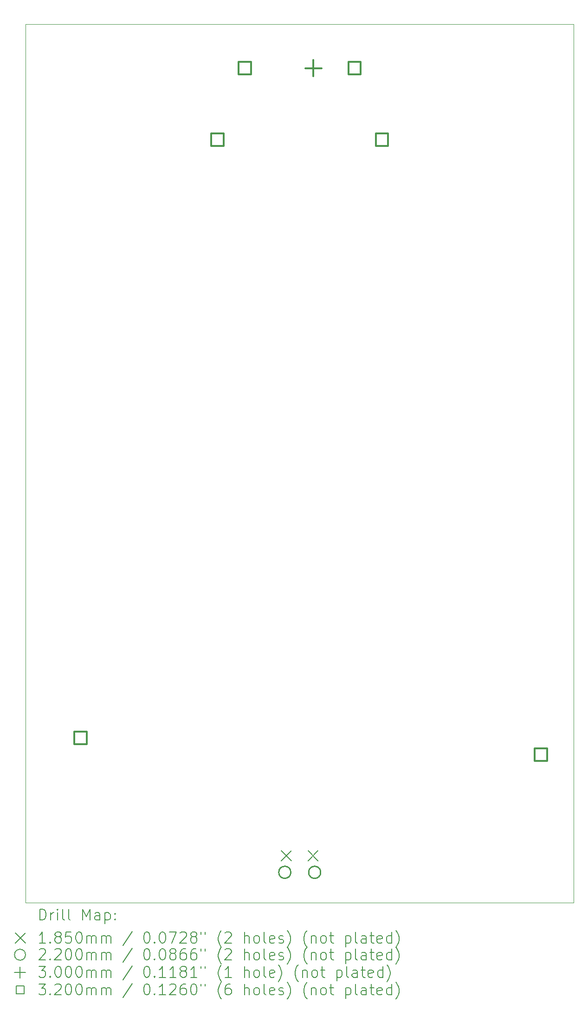
<source format=gbr>
%TF.GenerationSoftware,KiCad,Pcbnew,9.0.0*%
%TF.CreationDate,2025-03-25T20:45:54+10:00*%
%TF.ProjectId,PicoSax,5069636f-5361-4782-9e6b-696361645f70,rev?*%
%TF.SameCoordinates,Original*%
%TF.FileFunction,Drillmap*%
%TF.FilePolarity,Positive*%
%FSLAX45Y45*%
G04 Gerber Fmt 4.5, Leading zero omitted, Abs format (unit mm)*
G04 Created by KiCad (PCBNEW 9.0.0) date 2025-03-25 20:45:54*
%MOMM*%
%LPD*%
G01*
G04 APERTURE LIST*
%ADD10C,0.050000*%
%ADD11C,0.200000*%
%ADD12C,0.185000*%
%ADD13C,0.220000*%
%ADD14C,0.300000*%
%ADD15C,0.320000*%
G04 APERTURE END LIST*
D10*
X5000000Y-5000000D02*
X15000000Y-5000000D01*
X15000000Y-21000000D01*
X5000000Y-21000000D01*
X5000000Y-5000000D01*
D11*
D12*
X9665000Y-20050750D02*
X9850000Y-20235750D01*
X9850000Y-20050750D02*
X9665000Y-20235750D01*
X10150000Y-20050750D02*
X10335000Y-20235750D01*
X10335000Y-20050750D02*
X10150000Y-20235750D01*
D13*
X9837500Y-20446250D02*
G75*
G02*
X9617500Y-20446250I-110000J0D01*
G01*
X9617500Y-20446250D02*
G75*
G02*
X9837500Y-20446250I110000J0D01*
G01*
X10382500Y-20446250D02*
G75*
G02*
X10162500Y-20446250I-110000J0D01*
G01*
X10162500Y-20446250D02*
G75*
G02*
X10382500Y-20446250I110000J0D01*
G01*
D14*
X10250000Y-5650000D02*
X10250000Y-5950000D01*
X10100000Y-5800000D02*
X10400000Y-5800000D01*
D15*
X6113138Y-18113138D02*
X6113138Y-17886862D01*
X5886862Y-17886862D01*
X5886862Y-18113138D01*
X6113138Y-18113138D01*
X8613138Y-7213138D02*
X8613138Y-6986862D01*
X8386862Y-6986862D01*
X8386862Y-7213138D01*
X8613138Y-7213138D01*
X9113138Y-5913138D02*
X9113138Y-5686862D01*
X8886862Y-5686862D01*
X8886862Y-5913138D01*
X9113138Y-5913138D01*
X11113138Y-5913138D02*
X11113138Y-5686862D01*
X10886862Y-5686862D01*
X10886862Y-5913138D01*
X11113138Y-5913138D01*
X11613138Y-7213138D02*
X11613138Y-6986862D01*
X11386862Y-6986862D01*
X11386862Y-7213138D01*
X11613138Y-7213138D01*
X14513138Y-18413138D02*
X14513138Y-18186862D01*
X14286862Y-18186862D01*
X14286862Y-18413138D01*
X14513138Y-18413138D01*
D11*
X5258277Y-21313984D02*
X5258277Y-21113984D01*
X5258277Y-21113984D02*
X5305896Y-21113984D01*
X5305896Y-21113984D02*
X5334467Y-21123508D01*
X5334467Y-21123508D02*
X5353515Y-21142555D01*
X5353515Y-21142555D02*
X5363039Y-21161603D01*
X5363039Y-21161603D02*
X5372563Y-21199698D01*
X5372563Y-21199698D02*
X5372563Y-21228270D01*
X5372563Y-21228270D02*
X5363039Y-21266365D01*
X5363039Y-21266365D02*
X5353515Y-21285412D01*
X5353515Y-21285412D02*
X5334467Y-21304460D01*
X5334467Y-21304460D02*
X5305896Y-21313984D01*
X5305896Y-21313984D02*
X5258277Y-21313984D01*
X5458277Y-21313984D02*
X5458277Y-21180650D01*
X5458277Y-21218746D02*
X5467801Y-21199698D01*
X5467801Y-21199698D02*
X5477324Y-21190174D01*
X5477324Y-21190174D02*
X5496372Y-21180650D01*
X5496372Y-21180650D02*
X5515420Y-21180650D01*
X5582086Y-21313984D02*
X5582086Y-21180650D01*
X5582086Y-21113984D02*
X5572563Y-21123508D01*
X5572563Y-21123508D02*
X5582086Y-21133031D01*
X5582086Y-21133031D02*
X5591610Y-21123508D01*
X5591610Y-21123508D02*
X5582086Y-21113984D01*
X5582086Y-21113984D02*
X5582086Y-21133031D01*
X5705896Y-21313984D02*
X5686848Y-21304460D01*
X5686848Y-21304460D02*
X5677324Y-21285412D01*
X5677324Y-21285412D02*
X5677324Y-21113984D01*
X5810658Y-21313984D02*
X5791610Y-21304460D01*
X5791610Y-21304460D02*
X5782086Y-21285412D01*
X5782086Y-21285412D02*
X5782086Y-21113984D01*
X6039229Y-21313984D02*
X6039229Y-21113984D01*
X6039229Y-21113984D02*
X6105896Y-21256841D01*
X6105896Y-21256841D02*
X6172562Y-21113984D01*
X6172562Y-21113984D02*
X6172562Y-21313984D01*
X6353515Y-21313984D02*
X6353515Y-21209222D01*
X6353515Y-21209222D02*
X6343991Y-21190174D01*
X6343991Y-21190174D02*
X6324943Y-21180650D01*
X6324943Y-21180650D02*
X6286848Y-21180650D01*
X6286848Y-21180650D02*
X6267801Y-21190174D01*
X6353515Y-21304460D02*
X6334467Y-21313984D01*
X6334467Y-21313984D02*
X6286848Y-21313984D01*
X6286848Y-21313984D02*
X6267801Y-21304460D01*
X6267801Y-21304460D02*
X6258277Y-21285412D01*
X6258277Y-21285412D02*
X6258277Y-21266365D01*
X6258277Y-21266365D02*
X6267801Y-21247317D01*
X6267801Y-21247317D02*
X6286848Y-21237793D01*
X6286848Y-21237793D02*
X6334467Y-21237793D01*
X6334467Y-21237793D02*
X6353515Y-21228270D01*
X6448753Y-21180650D02*
X6448753Y-21380650D01*
X6448753Y-21190174D02*
X6467801Y-21180650D01*
X6467801Y-21180650D02*
X6505896Y-21180650D01*
X6505896Y-21180650D02*
X6524943Y-21190174D01*
X6524943Y-21190174D02*
X6534467Y-21199698D01*
X6534467Y-21199698D02*
X6543991Y-21218746D01*
X6543991Y-21218746D02*
X6543991Y-21275889D01*
X6543991Y-21275889D02*
X6534467Y-21294936D01*
X6534467Y-21294936D02*
X6524943Y-21304460D01*
X6524943Y-21304460D02*
X6505896Y-21313984D01*
X6505896Y-21313984D02*
X6467801Y-21313984D01*
X6467801Y-21313984D02*
X6448753Y-21304460D01*
X6629705Y-21294936D02*
X6639229Y-21304460D01*
X6639229Y-21304460D02*
X6629705Y-21313984D01*
X6629705Y-21313984D02*
X6620182Y-21304460D01*
X6620182Y-21304460D02*
X6629705Y-21294936D01*
X6629705Y-21294936D02*
X6629705Y-21313984D01*
X6629705Y-21190174D02*
X6639229Y-21199698D01*
X6639229Y-21199698D02*
X6629705Y-21209222D01*
X6629705Y-21209222D02*
X6620182Y-21199698D01*
X6620182Y-21199698D02*
X6629705Y-21190174D01*
X6629705Y-21190174D02*
X6629705Y-21209222D01*
D12*
X4812500Y-21550000D02*
X4997500Y-21735000D01*
X4997500Y-21550000D02*
X4812500Y-21735000D01*
D11*
X5363039Y-21733984D02*
X5248753Y-21733984D01*
X5305896Y-21733984D02*
X5305896Y-21533984D01*
X5305896Y-21533984D02*
X5286848Y-21562555D01*
X5286848Y-21562555D02*
X5267801Y-21581603D01*
X5267801Y-21581603D02*
X5248753Y-21591127D01*
X5448753Y-21714936D02*
X5458277Y-21724460D01*
X5458277Y-21724460D02*
X5448753Y-21733984D01*
X5448753Y-21733984D02*
X5439229Y-21724460D01*
X5439229Y-21724460D02*
X5448753Y-21714936D01*
X5448753Y-21714936D02*
X5448753Y-21733984D01*
X5572563Y-21619698D02*
X5553515Y-21610174D01*
X5553515Y-21610174D02*
X5543991Y-21600650D01*
X5543991Y-21600650D02*
X5534467Y-21581603D01*
X5534467Y-21581603D02*
X5534467Y-21572079D01*
X5534467Y-21572079D02*
X5543991Y-21553031D01*
X5543991Y-21553031D02*
X5553515Y-21543508D01*
X5553515Y-21543508D02*
X5572563Y-21533984D01*
X5572563Y-21533984D02*
X5610658Y-21533984D01*
X5610658Y-21533984D02*
X5629705Y-21543508D01*
X5629705Y-21543508D02*
X5639229Y-21553031D01*
X5639229Y-21553031D02*
X5648753Y-21572079D01*
X5648753Y-21572079D02*
X5648753Y-21581603D01*
X5648753Y-21581603D02*
X5639229Y-21600650D01*
X5639229Y-21600650D02*
X5629705Y-21610174D01*
X5629705Y-21610174D02*
X5610658Y-21619698D01*
X5610658Y-21619698D02*
X5572563Y-21619698D01*
X5572563Y-21619698D02*
X5553515Y-21629222D01*
X5553515Y-21629222D02*
X5543991Y-21638746D01*
X5543991Y-21638746D02*
X5534467Y-21657793D01*
X5534467Y-21657793D02*
X5534467Y-21695889D01*
X5534467Y-21695889D02*
X5543991Y-21714936D01*
X5543991Y-21714936D02*
X5553515Y-21724460D01*
X5553515Y-21724460D02*
X5572563Y-21733984D01*
X5572563Y-21733984D02*
X5610658Y-21733984D01*
X5610658Y-21733984D02*
X5629705Y-21724460D01*
X5629705Y-21724460D02*
X5639229Y-21714936D01*
X5639229Y-21714936D02*
X5648753Y-21695889D01*
X5648753Y-21695889D02*
X5648753Y-21657793D01*
X5648753Y-21657793D02*
X5639229Y-21638746D01*
X5639229Y-21638746D02*
X5629705Y-21629222D01*
X5629705Y-21629222D02*
X5610658Y-21619698D01*
X5829705Y-21533984D02*
X5734467Y-21533984D01*
X5734467Y-21533984D02*
X5724943Y-21629222D01*
X5724943Y-21629222D02*
X5734467Y-21619698D01*
X5734467Y-21619698D02*
X5753515Y-21610174D01*
X5753515Y-21610174D02*
X5801134Y-21610174D01*
X5801134Y-21610174D02*
X5820182Y-21619698D01*
X5820182Y-21619698D02*
X5829705Y-21629222D01*
X5829705Y-21629222D02*
X5839229Y-21648270D01*
X5839229Y-21648270D02*
X5839229Y-21695889D01*
X5839229Y-21695889D02*
X5829705Y-21714936D01*
X5829705Y-21714936D02*
X5820182Y-21724460D01*
X5820182Y-21724460D02*
X5801134Y-21733984D01*
X5801134Y-21733984D02*
X5753515Y-21733984D01*
X5753515Y-21733984D02*
X5734467Y-21724460D01*
X5734467Y-21724460D02*
X5724943Y-21714936D01*
X5963039Y-21533984D02*
X5982086Y-21533984D01*
X5982086Y-21533984D02*
X6001134Y-21543508D01*
X6001134Y-21543508D02*
X6010658Y-21553031D01*
X6010658Y-21553031D02*
X6020182Y-21572079D01*
X6020182Y-21572079D02*
X6029705Y-21610174D01*
X6029705Y-21610174D02*
X6029705Y-21657793D01*
X6029705Y-21657793D02*
X6020182Y-21695889D01*
X6020182Y-21695889D02*
X6010658Y-21714936D01*
X6010658Y-21714936D02*
X6001134Y-21724460D01*
X6001134Y-21724460D02*
X5982086Y-21733984D01*
X5982086Y-21733984D02*
X5963039Y-21733984D01*
X5963039Y-21733984D02*
X5943991Y-21724460D01*
X5943991Y-21724460D02*
X5934467Y-21714936D01*
X5934467Y-21714936D02*
X5924943Y-21695889D01*
X5924943Y-21695889D02*
X5915420Y-21657793D01*
X5915420Y-21657793D02*
X5915420Y-21610174D01*
X5915420Y-21610174D02*
X5924943Y-21572079D01*
X5924943Y-21572079D02*
X5934467Y-21553031D01*
X5934467Y-21553031D02*
X5943991Y-21543508D01*
X5943991Y-21543508D02*
X5963039Y-21533984D01*
X6115420Y-21733984D02*
X6115420Y-21600650D01*
X6115420Y-21619698D02*
X6124943Y-21610174D01*
X6124943Y-21610174D02*
X6143991Y-21600650D01*
X6143991Y-21600650D02*
X6172563Y-21600650D01*
X6172563Y-21600650D02*
X6191610Y-21610174D01*
X6191610Y-21610174D02*
X6201134Y-21629222D01*
X6201134Y-21629222D02*
X6201134Y-21733984D01*
X6201134Y-21629222D02*
X6210658Y-21610174D01*
X6210658Y-21610174D02*
X6229705Y-21600650D01*
X6229705Y-21600650D02*
X6258277Y-21600650D01*
X6258277Y-21600650D02*
X6277324Y-21610174D01*
X6277324Y-21610174D02*
X6286848Y-21629222D01*
X6286848Y-21629222D02*
X6286848Y-21733984D01*
X6382086Y-21733984D02*
X6382086Y-21600650D01*
X6382086Y-21619698D02*
X6391610Y-21610174D01*
X6391610Y-21610174D02*
X6410658Y-21600650D01*
X6410658Y-21600650D02*
X6439229Y-21600650D01*
X6439229Y-21600650D02*
X6458277Y-21610174D01*
X6458277Y-21610174D02*
X6467801Y-21629222D01*
X6467801Y-21629222D02*
X6467801Y-21733984D01*
X6467801Y-21629222D02*
X6477324Y-21610174D01*
X6477324Y-21610174D02*
X6496372Y-21600650D01*
X6496372Y-21600650D02*
X6524943Y-21600650D01*
X6524943Y-21600650D02*
X6543991Y-21610174D01*
X6543991Y-21610174D02*
X6553515Y-21629222D01*
X6553515Y-21629222D02*
X6553515Y-21733984D01*
X6943991Y-21524460D02*
X6772563Y-21781603D01*
X7201134Y-21533984D02*
X7220182Y-21533984D01*
X7220182Y-21533984D02*
X7239229Y-21543508D01*
X7239229Y-21543508D02*
X7248753Y-21553031D01*
X7248753Y-21553031D02*
X7258277Y-21572079D01*
X7258277Y-21572079D02*
X7267801Y-21610174D01*
X7267801Y-21610174D02*
X7267801Y-21657793D01*
X7267801Y-21657793D02*
X7258277Y-21695889D01*
X7258277Y-21695889D02*
X7248753Y-21714936D01*
X7248753Y-21714936D02*
X7239229Y-21724460D01*
X7239229Y-21724460D02*
X7220182Y-21733984D01*
X7220182Y-21733984D02*
X7201134Y-21733984D01*
X7201134Y-21733984D02*
X7182086Y-21724460D01*
X7182086Y-21724460D02*
X7172563Y-21714936D01*
X7172563Y-21714936D02*
X7163039Y-21695889D01*
X7163039Y-21695889D02*
X7153515Y-21657793D01*
X7153515Y-21657793D02*
X7153515Y-21610174D01*
X7153515Y-21610174D02*
X7163039Y-21572079D01*
X7163039Y-21572079D02*
X7172563Y-21553031D01*
X7172563Y-21553031D02*
X7182086Y-21543508D01*
X7182086Y-21543508D02*
X7201134Y-21533984D01*
X7353515Y-21714936D02*
X7363039Y-21724460D01*
X7363039Y-21724460D02*
X7353515Y-21733984D01*
X7353515Y-21733984D02*
X7343991Y-21724460D01*
X7343991Y-21724460D02*
X7353515Y-21714936D01*
X7353515Y-21714936D02*
X7353515Y-21733984D01*
X7486848Y-21533984D02*
X7505896Y-21533984D01*
X7505896Y-21533984D02*
X7524944Y-21543508D01*
X7524944Y-21543508D02*
X7534467Y-21553031D01*
X7534467Y-21553031D02*
X7543991Y-21572079D01*
X7543991Y-21572079D02*
X7553515Y-21610174D01*
X7553515Y-21610174D02*
X7553515Y-21657793D01*
X7553515Y-21657793D02*
X7543991Y-21695889D01*
X7543991Y-21695889D02*
X7534467Y-21714936D01*
X7534467Y-21714936D02*
X7524944Y-21724460D01*
X7524944Y-21724460D02*
X7505896Y-21733984D01*
X7505896Y-21733984D02*
X7486848Y-21733984D01*
X7486848Y-21733984D02*
X7467801Y-21724460D01*
X7467801Y-21724460D02*
X7458277Y-21714936D01*
X7458277Y-21714936D02*
X7448753Y-21695889D01*
X7448753Y-21695889D02*
X7439229Y-21657793D01*
X7439229Y-21657793D02*
X7439229Y-21610174D01*
X7439229Y-21610174D02*
X7448753Y-21572079D01*
X7448753Y-21572079D02*
X7458277Y-21553031D01*
X7458277Y-21553031D02*
X7467801Y-21543508D01*
X7467801Y-21543508D02*
X7486848Y-21533984D01*
X7620182Y-21533984D02*
X7753515Y-21533984D01*
X7753515Y-21533984D02*
X7667801Y-21733984D01*
X7820182Y-21553031D02*
X7829706Y-21543508D01*
X7829706Y-21543508D02*
X7848753Y-21533984D01*
X7848753Y-21533984D02*
X7896372Y-21533984D01*
X7896372Y-21533984D02*
X7915420Y-21543508D01*
X7915420Y-21543508D02*
X7924944Y-21553031D01*
X7924944Y-21553031D02*
X7934467Y-21572079D01*
X7934467Y-21572079D02*
X7934467Y-21591127D01*
X7934467Y-21591127D02*
X7924944Y-21619698D01*
X7924944Y-21619698D02*
X7810658Y-21733984D01*
X7810658Y-21733984D02*
X7934467Y-21733984D01*
X8048753Y-21619698D02*
X8029706Y-21610174D01*
X8029706Y-21610174D02*
X8020182Y-21600650D01*
X8020182Y-21600650D02*
X8010658Y-21581603D01*
X8010658Y-21581603D02*
X8010658Y-21572079D01*
X8010658Y-21572079D02*
X8020182Y-21553031D01*
X8020182Y-21553031D02*
X8029706Y-21543508D01*
X8029706Y-21543508D02*
X8048753Y-21533984D01*
X8048753Y-21533984D02*
X8086848Y-21533984D01*
X8086848Y-21533984D02*
X8105896Y-21543508D01*
X8105896Y-21543508D02*
X8115420Y-21553031D01*
X8115420Y-21553031D02*
X8124944Y-21572079D01*
X8124944Y-21572079D02*
X8124944Y-21581603D01*
X8124944Y-21581603D02*
X8115420Y-21600650D01*
X8115420Y-21600650D02*
X8105896Y-21610174D01*
X8105896Y-21610174D02*
X8086848Y-21619698D01*
X8086848Y-21619698D02*
X8048753Y-21619698D01*
X8048753Y-21619698D02*
X8029706Y-21629222D01*
X8029706Y-21629222D02*
X8020182Y-21638746D01*
X8020182Y-21638746D02*
X8010658Y-21657793D01*
X8010658Y-21657793D02*
X8010658Y-21695889D01*
X8010658Y-21695889D02*
X8020182Y-21714936D01*
X8020182Y-21714936D02*
X8029706Y-21724460D01*
X8029706Y-21724460D02*
X8048753Y-21733984D01*
X8048753Y-21733984D02*
X8086848Y-21733984D01*
X8086848Y-21733984D02*
X8105896Y-21724460D01*
X8105896Y-21724460D02*
X8115420Y-21714936D01*
X8115420Y-21714936D02*
X8124944Y-21695889D01*
X8124944Y-21695889D02*
X8124944Y-21657793D01*
X8124944Y-21657793D02*
X8115420Y-21638746D01*
X8115420Y-21638746D02*
X8105896Y-21629222D01*
X8105896Y-21629222D02*
X8086848Y-21619698D01*
X8201134Y-21533984D02*
X8201134Y-21572079D01*
X8277325Y-21533984D02*
X8277325Y-21572079D01*
X8572563Y-21810174D02*
X8563039Y-21800650D01*
X8563039Y-21800650D02*
X8543991Y-21772079D01*
X8543991Y-21772079D02*
X8534468Y-21753031D01*
X8534468Y-21753031D02*
X8524944Y-21724460D01*
X8524944Y-21724460D02*
X8515420Y-21676841D01*
X8515420Y-21676841D02*
X8515420Y-21638746D01*
X8515420Y-21638746D02*
X8524944Y-21591127D01*
X8524944Y-21591127D02*
X8534468Y-21562555D01*
X8534468Y-21562555D02*
X8543991Y-21543508D01*
X8543991Y-21543508D02*
X8563039Y-21514936D01*
X8563039Y-21514936D02*
X8572563Y-21505412D01*
X8639230Y-21553031D02*
X8648753Y-21543508D01*
X8648753Y-21543508D02*
X8667801Y-21533984D01*
X8667801Y-21533984D02*
X8715420Y-21533984D01*
X8715420Y-21533984D02*
X8734468Y-21543508D01*
X8734468Y-21543508D02*
X8743991Y-21553031D01*
X8743991Y-21553031D02*
X8753515Y-21572079D01*
X8753515Y-21572079D02*
X8753515Y-21591127D01*
X8753515Y-21591127D02*
X8743991Y-21619698D01*
X8743991Y-21619698D02*
X8629706Y-21733984D01*
X8629706Y-21733984D02*
X8753515Y-21733984D01*
X8991611Y-21733984D02*
X8991611Y-21533984D01*
X9077325Y-21733984D02*
X9077325Y-21629222D01*
X9077325Y-21629222D02*
X9067801Y-21610174D01*
X9067801Y-21610174D02*
X9048753Y-21600650D01*
X9048753Y-21600650D02*
X9020182Y-21600650D01*
X9020182Y-21600650D02*
X9001134Y-21610174D01*
X9001134Y-21610174D02*
X8991611Y-21619698D01*
X9201134Y-21733984D02*
X9182087Y-21724460D01*
X9182087Y-21724460D02*
X9172563Y-21714936D01*
X9172563Y-21714936D02*
X9163039Y-21695889D01*
X9163039Y-21695889D02*
X9163039Y-21638746D01*
X9163039Y-21638746D02*
X9172563Y-21619698D01*
X9172563Y-21619698D02*
X9182087Y-21610174D01*
X9182087Y-21610174D02*
X9201134Y-21600650D01*
X9201134Y-21600650D02*
X9229706Y-21600650D01*
X9229706Y-21600650D02*
X9248753Y-21610174D01*
X9248753Y-21610174D02*
X9258277Y-21619698D01*
X9258277Y-21619698D02*
X9267801Y-21638746D01*
X9267801Y-21638746D02*
X9267801Y-21695889D01*
X9267801Y-21695889D02*
X9258277Y-21714936D01*
X9258277Y-21714936D02*
X9248753Y-21724460D01*
X9248753Y-21724460D02*
X9229706Y-21733984D01*
X9229706Y-21733984D02*
X9201134Y-21733984D01*
X9382087Y-21733984D02*
X9363039Y-21724460D01*
X9363039Y-21724460D02*
X9353515Y-21705412D01*
X9353515Y-21705412D02*
X9353515Y-21533984D01*
X9534468Y-21724460D02*
X9515420Y-21733984D01*
X9515420Y-21733984D02*
X9477325Y-21733984D01*
X9477325Y-21733984D02*
X9458277Y-21724460D01*
X9458277Y-21724460D02*
X9448753Y-21705412D01*
X9448753Y-21705412D02*
X9448753Y-21629222D01*
X9448753Y-21629222D02*
X9458277Y-21610174D01*
X9458277Y-21610174D02*
X9477325Y-21600650D01*
X9477325Y-21600650D02*
X9515420Y-21600650D01*
X9515420Y-21600650D02*
X9534468Y-21610174D01*
X9534468Y-21610174D02*
X9543992Y-21629222D01*
X9543992Y-21629222D02*
X9543992Y-21648270D01*
X9543992Y-21648270D02*
X9448753Y-21667317D01*
X9620182Y-21724460D02*
X9639230Y-21733984D01*
X9639230Y-21733984D02*
X9677325Y-21733984D01*
X9677325Y-21733984D02*
X9696373Y-21724460D01*
X9696373Y-21724460D02*
X9705896Y-21705412D01*
X9705896Y-21705412D02*
X9705896Y-21695889D01*
X9705896Y-21695889D02*
X9696373Y-21676841D01*
X9696373Y-21676841D02*
X9677325Y-21667317D01*
X9677325Y-21667317D02*
X9648753Y-21667317D01*
X9648753Y-21667317D02*
X9629706Y-21657793D01*
X9629706Y-21657793D02*
X9620182Y-21638746D01*
X9620182Y-21638746D02*
X9620182Y-21629222D01*
X9620182Y-21629222D02*
X9629706Y-21610174D01*
X9629706Y-21610174D02*
X9648753Y-21600650D01*
X9648753Y-21600650D02*
X9677325Y-21600650D01*
X9677325Y-21600650D02*
X9696373Y-21610174D01*
X9772563Y-21810174D02*
X9782087Y-21800650D01*
X9782087Y-21800650D02*
X9801134Y-21772079D01*
X9801134Y-21772079D02*
X9810658Y-21753031D01*
X9810658Y-21753031D02*
X9820182Y-21724460D01*
X9820182Y-21724460D02*
X9829706Y-21676841D01*
X9829706Y-21676841D02*
X9829706Y-21638746D01*
X9829706Y-21638746D02*
X9820182Y-21591127D01*
X9820182Y-21591127D02*
X9810658Y-21562555D01*
X9810658Y-21562555D02*
X9801134Y-21543508D01*
X9801134Y-21543508D02*
X9782087Y-21514936D01*
X9782087Y-21514936D02*
X9772563Y-21505412D01*
X10134468Y-21810174D02*
X10124944Y-21800650D01*
X10124944Y-21800650D02*
X10105896Y-21772079D01*
X10105896Y-21772079D02*
X10096373Y-21753031D01*
X10096373Y-21753031D02*
X10086849Y-21724460D01*
X10086849Y-21724460D02*
X10077325Y-21676841D01*
X10077325Y-21676841D02*
X10077325Y-21638746D01*
X10077325Y-21638746D02*
X10086849Y-21591127D01*
X10086849Y-21591127D02*
X10096373Y-21562555D01*
X10096373Y-21562555D02*
X10105896Y-21543508D01*
X10105896Y-21543508D02*
X10124944Y-21514936D01*
X10124944Y-21514936D02*
X10134468Y-21505412D01*
X10210658Y-21600650D02*
X10210658Y-21733984D01*
X10210658Y-21619698D02*
X10220182Y-21610174D01*
X10220182Y-21610174D02*
X10239230Y-21600650D01*
X10239230Y-21600650D02*
X10267801Y-21600650D01*
X10267801Y-21600650D02*
X10286849Y-21610174D01*
X10286849Y-21610174D02*
X10296373Y-21629222D01*
X10296373Y-21629222D02*
X10296373Y-21733984D01*
X10420182Y-21733984D02*
X10401134Y-21724460D01*
X10401134Y-21724460D02*
X10391611Y-21714936D01*
X10391611Y-21714936D02*
X10382087Y-21695889D01*
X10382087Y-21695889D02*
X10382087Y-21638746D01*
X10382087Y-21638746D02*
X10391611Y-21619698D01*
X10391611Y-21619698D02*
X10401134Y-21610174D01*
X10401134Y-21610174D02*
X10420182Y-21600650D01*
X10420182Y-21600650D02*
X10448754Y-21600650D01*
X10448754Y-21600650D02*
X10467801Y-21610174D01*
X10467801Y-21610174D02*
X10477325Y-21619698D01*
X10477325Y-21619698D02*
X10486849Y-21638746D01*
X10486849Y-21638746D02*
X10486849Y-21695889D01*
X10486849Y-21695889D02*
X10477325Y-21714936D01*
X10477325Y-21714936D02*
X10467801Y-21724460D01*
X10467801Y-21724460D02*
X10448754Y-21733984D01*
X10448754Y-21733984D02*
X10420182Y-21733984D01*
X10543992Y-21600650D02*
X10620182Y-21600650D01*
X10572563Y-21533984D02*
X10572563Y-21705412D01*
X10572563Y-21705412D02*
X10582087Y-21724460D01*
X10582087Y-21724460D02*
X10601134Y-21733984D01*
X10601134Y-21733984D02*
X10620182Y-21733984D01*
X10839230Y-21600650D02*
X10839230Y-21800650D01*
X10839230Y-21610174D02*
X10858277Y-21600650D01*
X10858277Y-21600650D02*
X10896373Y-21600650D01*
X10896373Y-21600650D02*
X10915420Y-21610174D01*
X10915420Y-21610174D02*
X10924944Y-21619698D01*
X10924944Y-21619698D02*
X10934468Y-21638746D01*
X10934468Y-21638746D02*
X10934468Y-21695889D01*
X10934468Y-21695889D02*
X10924944Y-21714936D01*
X10924944Y-21714936D02*
X10915420Y-21724460D01*
X10915420Y-21724460D02*
X10896373Y-21733984D01*
X10896373Y-21733984D02*
X10858277Y-21733984D01*
X10858277Y-21733984D02*
X10839230Y-21724460D01*
X11048754Y-21733984D02*
X11029706Y-21724460D01*
X11029706Y-21724460D02*
X11020182Y-21705412D01*
X11020182Y-21705412D02*
X11020182Y-21533984D01*
X11210658Y-21733984D02*
X11210658Y-21629222D01*
X11210658Y-21629222D02*
X11201134Y-21610174D01*
X11201134Y-21610174D02*
X11182087Y-21600650D01*
X11182087Y-21600650D02*
X11143992Y-21600650D01*
X11143992Y-21600650D02*
X11124944Y-21610174D01*
X11210658Y-21724460D02*
X11191611Y-21733984D01*
X11191611Y-21733984D02*
X11143992Y-21733984D01*
X11143992Y-21733984D02*
X11124944Y-21724460D01*
X11124944Y-21724460D02*
X11115420Y-21705412D01*
X11115420Y-21705412D02*
X11115420Y-21686365D01*
X11115420Y-21686365D02*
X11124944Y-21667317D01*
X11124944Y-21667317D02*
X11143992Y-21657793D01*
X11143992Y-21657793D02*
X11191611Y-21657793D01*
X11191611Y-21657793D02*
X11210658Y-21648270D01*
X11277325Y-21600650D02*
X11353515Y-21600650D01*
X11305896Y-21533984D02*
X11305896Y-21705412D01*
X11305896Y-21705412D02*
X11315420Y-21724460D01*
X11315420Y-21724460D02*
X11334468Y-21733984D01*
X11334468Y-21733984D02*
X11353515Y-21733984D01*
X11496373Y-21724460D02*
X11477325Y-21733984D01*
X11477325Y-21733984D02*
X11439230Y-21733984D01*
X11439230Y-21733984D02*
X11420182Y-21724460D01*
X11420182Y-21724460D02*
X11410658Y-21705412D01*
X11410658Y-21705412D02*
X11410658Y-21629222D01*
X11410658Y-21629222D02*
X11420182Y-21610174D01*
X11420182Y-21610174D02*
X11439230Y-21600650D01*
X11439230Y-21600650D02*
X11477325Y-21600650D01*
X11477325Y-21600650D02*
X11496373Y-21610174D01*
X11496373Y-21610174D02*
X11505896Y-21629222D01*
X11505896Y-21629222D02*
X11505896Y-21648270D01*
X11505896Y-21648270D02*
X11410658Y-21667317D01*
X11677325Y-21733984D02*
X11677325Y-21533984D01*
X11677325Y-21724460D02*
X11658277Y-21733984D01*
X11658277Y-21733984D02*
X11620182Y-21733984D01*
X11620182Y-21733984D02*
X11601134Y-21724460D01*
X11601134Y-21724460D02*
X11591611Y-21714936D01*
X11591611Y-21714936D02*
X11582087Y-21695889D01*
X11582087Y-21695889D02*
X11582087Y-21638746D01*
X11582087Y-21638746D02*
X11591611Y-21619698D01*
X11591611Y-21619698D02*
X11601134Y-21610174D01*
X11601134Y-21610174D02*
X11620182Y-21600650D01*
X11620182Y-21600650D02*
X11658277Y-21600650D01*
X11658277Y-21600650D02*
X11677325Y-21610174D01*
X11753515Y-21810174D02*
X11763039Y-21800650D01*
X11763039Y-21800650D02*
X11782087Y-21772079D01*
X11782087Y-21772079D02*
X11791611Y-21753031D01*
X11791611Y-21753031D02*
X11801134Y-21724460D01*
X11801134Y-21724460D02*
X11810658Y-21676841D01*
X11810658Y-21676841D02*
X11810658Y-21638746D01*
X11810658Y-21638746D02*
X11801134Y-21591127D01*
X11801134Y-21591127D02*
X11791611Y-21562555D01*
X11791611Y-21562555D02*
X11782087Y-21543508D01*
X11782087Y-21543508D02*
X11763039Y-21514936D01*
X11763039Y-21514936D02*
X11753515Y-21505412D01*
X4997500Y-21947500D02*
G75*
G02*
X4797500Y-21947500I-100000J0D01*
G01*
X4797500Y-21947500D02*
G75*
G02*
X4997500Y-21947500I100000J0D01*
G01*
X5248753Y-21858031D02*
X5258277Y-21848508D01*
X5258277Y-21848508D02*
X5277324Y-21838984D01*
X5277324Y-21838984D02*
X5324944Y-21838984D01*
X5324944Y-21838984D02*
X5343991Y-21848508D01*
X5343991Y-21848508D02*
X5353515Y-21858031D01*
X5353515Y-21858031D02*
X5363039Y-21877079D01*
X5363039Y-21877079D02*
X5363039Y-21896127D01*
X5363039Y-21896127D02*
X5353515Y-21924698D01*
X5353515Y-21924698D02*
X5239229Y-22038984D01*
X5239229Y-22038984D02*
X5363039Y-22038984D01*
X5448753Y-22019936D02*
X5458277Y-22029460D01*
X5458277Y-22029460D02*
X5448753Y-22038984D01*
X5448753Y-22038984D02*
X5439229Y-22029460D01*
X5439229Y-22029460D02*
X5448753Y-22019936D01*
X5448753Y-22019936D02*
X5448753Y-22038984D01*
X5534467Y-21858031D02*
X5543991Y-21848508D01*
X5543991Y-21848508D02*
X5563039Y-21838984D01*
X5563039Y-21838984D02*
X5610658Y-21838984D01*
X5610658Y-21838984D02*
X5629705Y-21848508D01*
X5629705Y-21848508D02*
X5639229Y-21858031D01*
X5639229Y-21858031D02*
X5648753Y-21877079D01*
X5648753Y-21877079D02*
X5648753Y-21896127D01*
X5648753Y-21896127D02*
X5639229Y-21924698D01*
X5639229Y-21924698D02*
X5524944Y-22038984D01*
X5524944Y-22038984D02*
X5648753Y-22038984D01*
X5772562Y-21838984D02*
X5791610Y-21838984D01*
X5791610Y-21838984D02*
X5810658Y-21848508D01*
X5810658Y-21848508D02*
X5820182Y-21858031D01*
X5820182Y-21858031D02*
X5829705Y-21877079D01*
X5829705Y-21877079D02*
X5839229Y-21915174D01*
X5839229Y-21915174D02*
X5839229Y-21962793D01*
X5839229Y-21962793D02*
X5829705Y-22000889D01*
X5829705Y-22000889D02*
X5820182Y-22019936D01*
X5820182Y-22019936D02*
X5810658Y-22029460D01*
X5810658Y-22029460D02*
X5791610Y-22038984D01*
X5791610Y-22038984D02*
X5772562Y-22038984D01*
X5772562Y-22038984D02*
X5753515Y-22029460D01*
X5753515Y-22029460D02*
X5743991Y-22019936D01*
X5743991Y-22019936D02*
X5734467Y-22000889D01*
X5734467Y-22000889D02*
X5724943Y-21962793D01*
X5724943Y-21962793D02*
X5724943Y-21915174D01*
X5724943Y-21915174D02*
X5734467Y-21877079D01*
X5734467Y-21877079D02*
X5743991Y-21858031D01*
X5743991Y-21858031D02*
X5753515Y-21848508D01*
X5753515Y-21848508D02*
X5772562Y-21838984D01*
X5963039Y-21838984D02*
X5982086Y-21838984D01*
X5982086Y-21838984D02*
X6001134Y-21848508D01*
X6001134Y-21848508D02*
X6010658Y-21858031D01*
X6010658Y-21858031D02*
X6020182Y-21877079D01*
X6020182Y-21877079D02*
X6029705Y-21915174D01*
X6029705Y-21915174D02*
X6029705Y-21962793D01*
X6029705Y-21962793D02*
X6020182Y-22000889D01*
X6020182Y-22000889D02*
X6010658Y-22019936D01*
X6010658Y-22019936D02*
X6001134Y-22029460D01*
X6001134Y-22029460D02*
X5982086Y-22038984D01*
X5982086Y-22038984D02*
X5963039Y-22038984D01*
X5963039Y-22038984D02*
X5943991Y-22029460D01*
X5943991Y-22029460D02*
X5934467Y-22019936D01*
X5934467Y-22019936D02*
X5924943Y-22000889D01*
X5924943Y-22000889D02*
X5915420Y-21962793D01*
X5915420Y-21962793D02*
X5915420Y-21915174D01*
X5915420Y-21915174D02*
X5924943Y-21877079D01*
X5924943Y-21877079D02*
X5934467Y-21858031D01*
X5934467Y-21858031D02*
X5943991Y-21848508D01*
X5943991Y-21848508D02*
X5963039Y-21838984D01*
X6115420Y-22038984D02*
X6115420Y-21905650D01*
X6115420Y-21924698D02*
X6124943Y-21915174D01*
X6124943Y-21915174D02*
X6143991Y-21905650D01*
X6143991Y-21905650D02*
X6172563Y-21905650D01*
X6172563Y-21905650D02*
X6191610Y-21915174D01*
X6191610Y-21915174D02*
X6201134Y-21934222D01*
X6201134Y-21934222D02*
X6201134Y-22038984D01*
X6201134Y-21934222D02*
X6210658Y-21915174D01*
X6210658Y-21915174D02*
X6229705Y-21905650D01*
X6229705Y-21905650D02*
X6258277Y-21905650D01*
X6258277Y-21905650D02*
X6277324Y-21915174D01*
X6277324Y-21915174D02*
X6286848Y-21934222D01*
X6286848Y-21934222D02*
X6286848Y-22038984D01*
X6382086Y-22038984D02*
X6382086Y-21905650D01*
X6382086Y-21924698D02*
X6391610Y-21915174D01*
X6391610Y-21915174D02*
X6410658Y-21905650D01*
X6410658Y-21905650D02*
X6439229Y-21905650D01*
X6439229Y-21905650D02*
X6458277Y-21915174D01*
X6458277Y-21915174D02*
X6467801Y-21934222D01*
X6467801Y-21934222D02*
X6467801Y-22038984D01*
X6467801Y-21934222D02*
X6477324Y-21915174D01*
X6477324Y-21915174D02*
X6496372Y-21905650D01*
X6496372Y-21905650D02*
X6524943Y-21905650D01*
X6524943Y-21905650D02*
X6543991Y-21915174D01*
X6543991Y-21915174D02*
X6553515Y-21934222D01*
X6553515Y-21934222D02*
X6553515Y-22038984D01*
X6943991Y-21829460D02*
X6772563Y-22086603D01*
X7201134Y-21838984D02*
X7220182Y-21838984D01*
X7220182Y-21838984D02*
X7239229Y-21848508D01*
X7239229Y-21848508D02*
X7248753Y-21858031D01*
X7248753Y-21858031D02*
X7258277Y-21877079D01*
X7258277Y-21877079D02*
X7267801Y-21915174D01*
X7267801Y-21915174D02*
X7267801Y-21962793D01*
X7267801Y-21962793D02*
X7258277Y-22000889D01*
X7258277Y-22000889D02*
X7248753Y-22019936D01*
X7248753Y-22019936D02*
X7239229Y-22029460D01*
X7239229Y-22029460D02*
X7220182Y-22038984D01*
X7220182Y-22038984D02*
X7201134Y-22038984D01*
X7201134Y-22038984D02*
X7182086Y-22029460D01*
X7182086Y-22029460D02*
X7172563Y-22019936D01*
X7172563Y-22019936D02*
X7163039Y-22000889D01*
X7163039Y-22000889D02*
X7153515Y-21962793D01*
X7153515Y-21962793D02*
X7153515Y-21915174D01*
X7153515Y-21915174D02*
X7163039Y-21877079D01*
X7163039Y-21877079D02*
X7172563Y-21858031D01*
X7172563Y-21858031D02*
X7182086Y-21848508D01*
X7182086Y-21848508D02*
X7201134Y-21838984D01*
X7353515Y-22019936D02*
X7363039Y-22029460D01*
X7363039Y-22029460D02*
X7353515Y-22038984D01*
X7353515Y-22038984D02*
X7343991Y-22029460D01*
X7343991Y-22029460D02*
X7353515Y-22019936D01*
X7353515Y-22019936D02*
X7353515Y-22038984D01*
X7486848Y-21838984D02*
X7505896Y-21838984D01*
X7505896Y-21838984D02*
X7524944Y-21848508D01*
X7524944Y-21848508D02*
X7534467Y-21858031D01*
X7534467Y-21858031D02*
X7543991Y-21877079D01*
X7543991Y-21877079D02*
X7553515Y-21915174D01*
X7553515Y-21915174D02*
X7553515Y-21962793D01*
X7553515Y-21962793D02*
X7543991Y-22000889D01*
X7543991Y-22000889D02*
X7534467Y-22019936D01*
X7534467Y-22019936D02*
X7524944Y-22029460D01*
X7524944Y-22029460D02*
X7505896Y-22038984D01*
X7505896Y-22038984D02*
X7486848Y-22038984D01*
X7486848Y-22038984D02*
X7467801Y-22029460D01*
X7467801Y-22029460D02*
X7458277Y-22019936D01*
X7458277Y-22019936D02*
X7448753Y-22000889D01*
X7448753Y-22000889D02*
X7439229Y-21962793D01*
X7439229Y-21962793D02*
X7439229Y-21915174D01*
X7439229Y-21915174D02*
X7448753Y-21877079D01*
X7448753Y-21877079D02*
X7458277Y-21858031D01*
X7458277Y-21858031D02*
X7467801Y-21848508D01*
X7467801Y-21848508D02*
X7486848Y-21838984D01*
X7667801Y-21924698D02*
X7648753Y-21915174D01*
X7648753Y-21915174D02*
X7639229Y-21905650D01*
X7639229Y-21905650D02*
X7629706Y-21886603D01*
X7629706Y-21886603D02*
X7629706Y-21877079D01*
X7629706Y-21877079D02*
X7639229Y-21858031D01*
X7639229Y-21858031D02*
X7648753Y-21848508D01*
X7648753Y-21848508D02*
X7667801Y-21838984D01*
X7667801Y-21838984D02*
X7705896Y-21838984D01*
X7705896Y-21838984D02*
X7724944Y-21848508D01*
X7724944Y-21848508D02*
X7734467Y-21858031D01*
X7734467Y-21858031D02*
X7743991Y-21877079D01*
X7743991Y-21877079D02*
X7743991Y-21886603D01*
X7743991Y-21886603D02*
X7734467Y-21905650D01*
X7734467Y-21905650D02*
X7724944Y-21915174D01*
X7724944Y-21915174D02*
X7705896Y-21924698D01*
X7705896Y-21924698D02*
X7667801Y-21924698D01*
X7667801Y-21924698D02*
X7648753Y-21934222D01*
X7648753Y-21934222D02*
X7639229Y-21943746D01*
X7639229Y-21943746D02*
X7629706Y-21962793D01*
X7629706Y-21962793D02*
X7629706Y-22000889D01*
X7629706Y-22000889D02*
X7639229Y-22019936D01*
X7639229Y-22019936D02*
X7648753Y-22029460D01*
X7648753Y-22029460D02*
X7667801Y-22038984D01*
X7667801Y-22038984D02*
X7705896Y-22038984D01*
X7705896Y-22038984D02*
X7724944Y-22029460D01*
X7724944Y-22029460D02*
X7734467Y-22019936D01*
X7734467Y-22019936D02*
X7743991Y-22000889D01*
X7743991Y-22000889D02*
X7743991Y-21962793D01*
X7743991Y-21962793D02*
X7734467Y-21943746D01*
X7734467Y-21943746D02*
X7724944Y-21934222D01*
X7724944Y-21934222D02*
X7705896Y-21924698D01*
X7915420Y-21838984D02*
X7877325Y-21838984D01*
X7877325Y-21838984D02*
X7858277Y-21848508D01*
X7858277Y-21848508D02*
X7848753Y-21858031D01*
X7848753Y-21858031D02*
X7829706Y-21886603D01*
X7829706Y-21886603D02*
X7820182Y-21924698D01*
X7820182Y-21924698D02*
X7820182Y-22000889D01*
X7820182Y-22000889D02*
X7829706Y-22019936D01*
X7829706Y-22019936D02*
X7839229Y-22029460D01*
X7839229Y-22029460D02*
X7858277Y-22038984D01*
X7858277Y-22038984D02*
X7896372Y-22038984D01*
X7896372Y-22038984D02*
X7915420Y-22029460D01*
X7915420Y-22029460D02*
X7924944Y-22019936D01*
X7924944Y-22019936D02*
X7934467Y-22000889D01*
X7934467Y-22000889D02*
X7934467Y-21953270D01*
X7934467Y-21953270D02*
X7924944Y-21934222D01*
X7924944Y-21934222D02*
X7915420Y-21924698D01*
X7915420Y-21924698D02*
X7896372Y-21915174D01*
X7896372Y-21915174D02*
X7858277Y-21915174D01*
X7858277Y-21915174D02*
X7839229Y-21924698D01*
X7839229Y-21924698D02*
X7829706Y-21934222D01*
X7829706Y-21934222D02*
X7820182Y-21953270D01*
X8105896Y-21838984D02*
X8067801Y-21838984D01*
X8067801Y-21838984D02*
X8048753Y-21848508D01*
X8048753Y-21848508D02*
X8039229Y-21858031D01*
X8039229Y-21858031D02*
X8020182Y-21886603D01*
X8020182Y-21886603D02*
X8010658Y-21924698D01*
X8010658Y-21924698D02*
X8010658Y-22000889D01*
X8010658Y-22000889D02*
X8020182Y-22019936D01*
X8020182Y-22019936D02*
X8029706Y-22029460D01*
X8029706Y-22029460D02*
X8048753Y-22038984D01*
X8048753Y-22038984D02*
X8086848Y-22038984D01*
X8086848Y-22038984D02*
X8105896Y-22029460D01*
X8105896Y-22029460D02*
X8115420Y-22019936D01*
X8115420Y-22019936D02*
X8124944Y-22000889D01*
X8124944Y-22000889D02*
X8124944Y-21953270D01*
X8124944Y-21953270D02*
X8115420Y-21934222D01*
X8115420Y-21934222D02*
X8105896Y-21924698D01*
X8105896Y-21924698D02*
X8086848Y-21915174D01*
X8086848Y-21915174D02*
X8048753Y-21915174D01*
X8048753Y-21915174D02*
X8029706Y-21924698D01*
X8029706Y-21924698D02*
X8020182Y-21934222D01*
X8020182Y-21934222D02*
X8010658Y-21953270D01*
X8201134Y-21838984D02*
X8201134Y-21877079D01*
X8277325Y-21838984D02*
X8277325Y-21877079D01*
X8572563Y-22115174D02*
X8563039Y-22105650D01*
X8563039Y-22105650D02*
X8543991Y-22077079D01*
X8543991Y-22077079D02*
X8534468Y-22058031D01*
X8534468Y-22058031D02*
X8524944Y-22029460D01*
X8524944Y-22029460D02*
X8515420Y-21981841D01*
X8515420Y-21981841D02*
X8515420Y-21943746D01*
X8515420Y-21943746D02*
X8524944Y-21896127D01*
X8524944Y-21896127D02*
X8534468Y-21867555D01*
X8534468Y-21867555D02*
X8543991Y-21848508D01*
X8543991Y-21848508D02*
X8563039Y-21819936D01*
X8563039Y-21819936D02*
X8572563Y-21810412D01*
X8639230Y-21858031D02*
X8648753Y-21848508D01*
X8648753Y-21848508D02*
X8667801Y-21838984D01*
X8667801Y-21838984D02*
X8715420Y-21838984D01*
X8715420Y-21838984D02*
X8734468Y-21848508D01*
X8734468Y-21848508D02*
X8743991Y-21858031D01*
X8743991Y-21858031D02*
X8753515Y-21877079D01*
X8753515Y-21877079D02*
X8753515Y-21896127D01*
X8753515Y-21896127D02*
X8743991Y-21924698D01*
X8743991Y-21924698D02*
X8629706Y-22038984D01*
X8629706Y-22038984D02*
X8753515Y-22038984D01*
X8991611Y-22038984D02*
X8991611Y-21838984D01*
X9077325Y-22038984D02*
X9077325Y-21934222D01*
X9077325Y-21934222D02*
X9067801Y-21915174D01*
X9067801Y-21915174D02*
X9048753Y-21905650D01*
X9048753Y-21905650D02*
X9020182Y-21905650D01*
X9020182Y-21905650D02*
X9001134Y-21915174D01*
X9001134Y-21915174D02*
X8991611Y-21924698D01*
X9201134Y-22038984D02*
X9182087Y-22029460D01*
X9182087Y-22029460D02*
X9172563Y-22019936D01*
X9172563Y-22019936D02*
X9163039Y-22000889D01*
X9163039Y-22000889D02*
X9163039Y-21943746D01*
X9163039Y-21943746D02*
X9172563Y-21924698D01*
X9172563Y-21924698D02*
X9182087Y-21915174D01*
X9182087Y-21915174D02*
X9201134Y-21905650D01*
X9201134Y-21905650D02*
X9229706Y-21905650D01*
X9229706Y-21905650D02*
X9248753Y-21915174D01*
X9248753Y-21915174D02*
X9258277Y-21924698D01*
X9258277Y-21924698D02*
X9267801Y-21943746D01*
X9267801Y-21943746D02*
X9267801Y-22000889D01*
X9267801Y-22000889D02*
X9258277Y-22019936D01*
X9258277Y-22019936D02*
X9248753Y-22029460D01*
X9248753Y-22029460D02*
X9229706Y-22038984D01*
X9229706Y-22038984D02*
X9201134Y-22038984D01*
X9382087Y-22038984D02*
X9363039Y-22029460D01*
X9363039Y-22029460D02*
X9353515Y-22010412D01*
X9353515Y-22010412D02*
X9353515Y-21838984D01*
X9534468Y-22029460D02*
X9515420Y-22038984D01*
X9515420Y-22038984D02*
X9477325Y-22038984D01*
X9477325Y-22038984D02*
X9458277Y-22029460D01*
X9458277Y-22029460D02*
X9448753Y-22010412D01*
X9448753Y-22010412D02*
X9448753Y-21934222D01*
X9448753Y-21934222D02*
X9458277Y-21915174D01*
X9458277Y-21915174D02*
X9477325Y-21905650D01*
X9477325Y-21905650D02*
X9515420Y-21905650D01*
X9515420Y-21905650D02*
X9534468Y-21915174D01*
X9534468Y-21915174D02*
X9543992Y-21934222D01*
X9543992Y-21934222D02*
X9543992Y-21953270D01*
X9543992Y-21953270D02*
X9448753Y-21972317D01*
X9620182Y-22029460D02*
X9639230Y-22038984D01*
X9639230Y-22038984D02*
X9677325Y-22038984D01*
X9677325Y-22038984D02*
X9696373Y-22029460D01*
X9696373Y-22029460D02*
X9705896Y-22010412D01*
X9705896Y-22010412D02*
X9705896Y-22000889D01*
X9705896Y-22000889D02*
X9696373Y-21981841D01*
X9696373Y-21981841D02*
X9677325Y-21972317D01*
X9677325Y-21972317D02*
X9648753Y-21972317D01*
X9648753Y-21972317D02*
X9629706Y-21962793D01*
X9629706Y-21962793D02*
X9620182Y-21943746D01*
X9620182Y-21943746D02*
X9620182Y-21934222D01*
X9620182Y-21934222D02*
X9629706Y-21915174D01*
X9629706Y-21915174D02*
X9648753Y-21905650D01*
X9648753Y-21905650D02*
X9677325Y-21905650D01*
X9677325Y-21905650D02*
X9696373Y-21915174D01*
X9772563Y-22115174D02*
X9782087Y-22105650D01*
X9782087Y-22105650D02*
X9801134Y-22077079D01*
X9801134Y-22077079D02*
X9810658Y-22058031D01*
X9810658Y-22058031D02*
X9820182Y-22029460D01*
X9820182Y-22029460D02*
X9829706Y-21981841D01*
X9829706Y-21981841D02*
X9829706Y-21943746D01*
X9829706Y-21943746D02*
X9820182Y-21896127D01*
X9820182Y-21896127D02*
X9810658Y-21867555D01*
X9810658Y-21867555D02*
X9801134Y-21848508D01*
X9801134Y-21848508D02*
X9782087Y-21819936D01*
X9782087Y-21819936D02*
X9772563Y-21810412D01*
X10134468Y-22115174D02*
X10124944Y-22105650D01*
X10124944Y-22105650D02*
X10105896Y-22077079D01*
X10105896Y-22077079D02*
X10096373Y-22058031D01*
X10096373Y-22058031D02*
X10086849Y-22029460D01*
X10086849Y-22029460D02*
X10077325Y-21981841D01*
X10077325Y-21981841D02*
X10077325Y-21943746D01*
X10077325Y-21943746D02*
X10086849Y-21896127D01*
X10086849Y-21896127D02*
X10096373Y-21867555D01*
X10096373Y-21867555D02*
X10105896Y-21848508D01*
X10105896Y-21848508D02*
X10124944Y-21819936D01*
X10124944Y-21819936D02*
X10134468Y-21810412D01*
X10210658Y-21905650D02*
X10210658Y-22038984D01*
X10210658Y-21924698D02*
X10220182Y-21915174D01*
X10220182Y-21915174D02*
X10239230Y-21905650D01*
X10239230Y-21905650D02*
X10267801Y-21905650D01*
X10267801Y-21905650D02*
X10286849Y-21915174D01*
X10286849Y-21915174D02*
X10296373Y-21934222D01*
X10296373Y-21934222D02*
X10296373Y-22038984D01*
X10420182Y-22038984D02*
X10401134Y-22029460D01*
X10401134Y-22029460D02*
X10391611Y-22019936D01*
X10391611Y-22019936D02*
X10382087Y-22000889D01*
X10382087Y-22000889D02*
X10382087Y-21943746D01*
X10382087Y-21943746D02*
X10391611Y-21924698D01*
X10391611Y-21924698D02*
X10401134Y-21915174D01*
X10401134Y-21915174D02*
X10420182Y-21905650D01*
X10420182Y-21905650D02*
X10448754Y-21905650D01*
X10448754Y-21905650D02*
X10467801Y-21915174D01*
X10467801Y-21915174D02*
X10477325Y-21924698D01*
X10477325Y-21924698D02*
X10486849Y-21943746D01*
X10486849Y-21943746D02*
X10486849Y-22000889D01*
X10486849Y-22000889D02*
X10477325Y-22019936D01*
X10477325Y-22019936D02*
X10467801Y-22029460D01*
X10467801Y-22029460D02*
X10448754Y-22038984D01*
X10448754Y-22038984D02*
X10420182Y-22038984D01*
X10543992Y-21905650D02*
X10620182Y-21905650D01*
X10572563Y-21838984D02*
X10572563Y-22010412D01*
X10572563Y-22010412D02*
X10582087Y-22029460D01*
X10582087Y-22029460D02*
X10601134Y-22038984D01*
X10601134Y-22038984D02*
X10620182Y-22038984D01*
X10839230Y-21905650D02*
X10839230Y-22105650D01*
X10839230Y-21915174D02*
X10858277Y-21905650D01*
X10858277Y-21905650D02*
X10896373Y-21905650D01*
X10896373Y-21905650D02*
X10915420Y-21915174D01*
X10915420Y-21915174D02*
X10924944Y-21924698D01*
X10924944Y-21924698D02*
X10934468Y-21943746D01*
X10934468Y-21943746D02*
X10934468Y-22000889D01*
X10934468Y-22000889D02*
X10924944Y-22019936D01*
X10924944Y-22019936D02*
X10915420Y-22029460D01*
X10915420Y-22029460D02*
X10896373Y-22038984D01*
X10896373Y-22038984D02*
X10858277Y-22038984D01*
X10858277Y-22038984D02*
X10839230Y-22029460D01*
X11048754Y-22038984D02*
X11029706Y-22029460D01*
X11029706Y-22029460D02*
X11020182Y-22010412D01*
X11020182Y-22010412D02*
X11020182Y-21838984D01*
X11210658Y-22038984D02*
X11210658Y-21934222D01*
X11210658Y-21934222D02*
X11201134Y-21915174D01*
X11201134Y-21915174D02*
X11182087Y-21905650D01*
X11182087Y-21905650D02*
X11143992Y-21905650D01*
X11143992Y-21905650D02*
X11124944Y-21915174D01*
X11210658Y-22029460D02*
X11191611Y-22038984D01*
X11191611Y-22038984D02*
X11143992Y-22038984D01*
X11143992Y-22038984D02*
X11124944Y-22029460D01*
X11124944Y-22029460D02*
X11115420Y-22010412D01*
X11115420Y-22010412D02*
X11115420Y-21991365D01*
X11115420Y-21991365D02*
X11124944Y-21972317D01*
X11124944Y-21972317D02*
X11143992Y-21962793D01*
X11143992Y-21962793D02*
X11191611Y-21962793D01*
X11191611Y-21962793D02*
X11210658Y-21953270D01*
X11277325Y-21905650D02*
X11353515Y-21905650D01*
X11305896Y-21838984D02*
X11305896Y-22010412D01*
X11305896Y-22010412D02*
X11315420Y-22029460D01*
X11315420Y-22029460D02*
X11334468Y-22038984D01*
X11334468Y-22038984D02*
X11353515Y-22038984D01*
X11496373Y-22029460D02*
X11477325Y-22038984D01*
X11477325Y-22038984D02*
X11439230Y-22038984D01*
X11439230Y-22038984D02*
X11420182Y-22029460D01*
X11420182Y-22029460D02*
X11410658Y-22010412D01*
X11410658Y-22010412D02*
X11410658Y-21934222D01*
X11410658Y-21934222D02*
X11420182Y-21915174D01*
X11420182Y-21915174D02*
X11439230Y-21905650D01*
X11439230Y-21905650D02*
X11477325Y-21905650D01*
X11477325Y-21905650D02*
X11496373Y-21915174D01*
X11496373Y-21915174D02*
X11505896Y-21934222D01*
X11505896Y-21934222D02*
X11505896Y-21953270D01*
X11505896Y-21953270D02*
X11410658Y-21972317D01*
X11677325Y-22038984D02*
X11677325Y-21838984D01*
X11677325Y-22029460D02*
X11658277Y-22038984D01*
X11658277Y-22038984D02*
X11620182Y-22038984D01*
X11620182Y-22038984D02*
X11601134Y-22029460D01*
X11601134Y-22029460D02*
X11591611Y-22019936D01*
X11591611Y-22019936D02*
X11582087Y-22000889D01*
X11582087Y-22000889D02*
X11582087Y-21943746D01*
X11582087Y-21943746D02*
X11591611Y-21924698D01*
X11591611Y-21924698D02*
X11601134Y-21915174D01*
X11601134Y-21915174D02*
X11620182Y-21905650D01*
X11620182Y-21905650D02*
X11658277Y-21905650D01*
X11658277Y-21905650D02*
X11677325Y-21915174D01*
X11753515Y-22115174D02*
X11763039Y-22105650D01*
X11763039Y-22105650D02*
X11782087Y-22077079D01*
X11782087Y-22077079D02*
X11791611Y-22058031D01*
X11791611Y-22058031D02*
X11801134Y-22029460D01*
X11801134Y-22029460D02*
X11810658Y-21981841D01*
X11810658Y-21981841D02*
X11810658Y-21943746D01*
X11810658Y-21943746D02*
X11801134Y-21896127D01*
X11801134Y-21896127D02*
X11791611Y-21867555D01*
X11791611Y-21867555D02*
X11782087Y-21848508D01*
X11782087Y-21848508D02*
X11763039Y-21819936D01*
X11763039Y-21819936D02*
X11753515Y-21810412D01*
X4897500Y-22167500D02*
X4897500Y-22367500D01*
X4797500Y-22267500D02*
X4997500Y-22267500D01*
X5239229Y-22158984D02*
X5363039Y-22158984D01*
X5363039Y-22158984D02*
X5296372Y-22235174D01*
X5296372Y-22235174D02*
X5324944Y-22235174D01*
X5324944Y-22235174D02*
X5343991Y-22244698D01*
X5343991Y-22244698D02*
X5353515Y-22254222D01*
X5353515Y-22254222D02*
X5363039Y-22273270D01*
X5363039Y-22273270D02*
X5363039Y-22320889D01*
X5363039Y-22320889D02*
X5353515Y-22339936D01*
X5353515Y-22339936D02*
X5343991Y-22349460D01*
X5343991Y-22349460D02*
X5324944Y-22358984D01*
X5324944Y-22358984D02*
X5267801Y-22358984D01*
X5267801Y-22358984D02*
X5248753Y-22349460D01*
X5248753Y-22349460D02*
X5239229Y-22339936D01*
X5448753Y-22339936D02*
X5458277Y-22349460D01*
X5458277Y-22349460D02*
X5448753Y-22358984D01*
X5448753Y-22358984D02*
X5439229Y-22349460D01*
X5439229Y-22349460D02*
X5448753Y-22339936D01*
X5448753Y-22339936D02*
X5448753Y-22358984D01*
X5582086Y-22158984D02*
X5601134Y-22158984D01*
X5601134Y-22158984D02*
X5620182Y-22168508D01*
X5620182Y-22168508D02*
X5629705Y-22178031D01*
X5629705Y-22178031D02*
X5639229Y-22197079D01*
X5639229Y-22197079D02*
X5648753Y-22235174D01*
X5648753Y-22235174D02*
X5648753Y-22282793D01*
X5648753Y-22282793D02*
X5639229Y-22320889D01*
X5639229Y-22320889D02*
X5629705Y-22339936D01*
X5629705Y-22339936D02*
X5620182Y-22349460D01*
X5620182Y-22349460D02*
X5601134Y-22358984D01*
X5601134Y-22358984D02*
X5582086Y-22358984D01*
X5582086Y-22358984D02*
X5563039Y-22349460D01*
X5563039Y-22349460D02*
X5553515Y-22339936D01*
X5553515Y-22339936D02*
X5543991Y-22320889D01*
X5543991Y-22320889D02*
X5534467Y-22282793D01*
X5534467Y-22282793D02*
X5534467Y-22235174D01*
X5534467Y-22235174D02*
X5543991Y-22197079D01*
X5543991Y-22197079D02*
X5553515Y-22178031D01*
X5553515Y-22178031D02*
X5563039Y-22168508D01*
X5563039Y-22168508D02*
X5582086Y-22158984D01*
X5772562Y-22158984D02*
X5791610Y-22158984D01*
X5791610Y-22158984D02*
X5810658Y-22168508D01*
X5810658Y-22168508D02*
X5820182Y-22178031D01*
X5820182Y-22178031D02*
X5829705Y-22197079D01*
X5829705Y-22197079D02*
X5839229Y-22235174D01*
X5839229Y-22235174D02*
X5839229Y-22282793D01*
X5839229Y-22282793D02*
X5829705Y-22320889D01*
X5829705Y-22320889D02*
X5820182Y-22339936D01*
X5820182Y-22339936D02*
X5810658Y-22349460D01*
X5810658Y-22349460D02*
X5791610Y-22358984D01*
X5791610Y-22358984D02*
X5772562Y-22358984D01*
X5772562Y-22358984D02*
X5753515Y-22349460D01*
X5753515Y-22349460D02*
X5743991Y-22339936D01*
X5743991Y-22339936D02*
X5734467Y-22320889D01*
X5734467Y-22320889D02*
X5724943Y-22282793D01*
X5724943Y-22282793D02*
X5724943Y-22235174D01*
X5724943Y-22235174D02*
X5734467Y-22197079D01*
X5734467Y-22197079D02*
X5743991Y-22178031D01*
X5743991Y-22178031D02*
X5753515Y-22168508D01*
X5753515Y-22168508D02*
X5772562Y-22158984D01*
X5963039Y-22158984D02*
X5982086Y-22158984D01*
X5982086Y-22158984D02*
X6001134Y-22168508D01*
X6001134Y-22168508D02*
X6010658Y-22178031D01*
X6010658Y-22178031D02*
X6020182Y-22197079D01*
X6020182Y-22197079D02*
X6029705Y-22235174D01*
X6029705Y-22235174D02*
X6029705Y-22282793D01*
X6029705Y-22282793D02*
X6020182Y-22320889D01*
X6020182Y-22320889D02*
X6010658Y-22339936D01*
X6010658Y-22339936D02*
X6001134Y-22349460D01*
X6001134Y-22349460D02*
X5982086Y-22358984D01*
X5982086Y-22358984D02*
X5963039Y-22358984D01*
X5963039Y-22358984D02*
X5943991Y-22349460D01*
X5943991Y-22349460D02*
X5934467Y-22339936D01*
X5934467Y-22339936D02*
X5924943Y-22320889D01*
X5924943Y-22320889D02*
X5915420Y-22282793D01*
X5915420Y-22282793D02*
X5915420Y-22235174D01*
X5915420Y-22235174D02*
X5924943Y-22197079D01*
X5924943Y-22197079D02*
X5934467Y-22178031D01*
X5934467Y-22178031D02*
X5943991Y-22168508D01*
X5943991Y-22168508D02*
X5963039Y-22158984D01*
X6115420Y-22358984D02*
X6115420Y-22225650D01*
X6115420Y-22244698D02*
X6124943Y-22235174D01*
X6124943Y-22235174D02*
X6143991Y-22225650D01*
X6143991Y-22225650D02*
X6172563Y-22225650D01*
X6172563Y-22225650D02*
X6191610Y-22235174D01*
X6191610Y-22235174D02*
X6201134Y-22254222D01*
X6201134Y-22254222D02*
X6201134Y-22358984D01*
X6201134Y-22254222D02*
X6210658Y-22235174D01*
X6210658Y-22235174D02*
X6229705Y-22225650D01*
X6229705Y-22225650D02*
X6258277Y-22225650D01*
X6258277Y-22225650D02*
X6277324Y-22235174D01*
X6277324Y-22235174D02*
X6286848Y-22254222D01*
X6286848Y-22254222D02*
X6286848Y-22358984D01*
X6382086Y-22358984D02*
X6382086Y-22225650D01*
X6382086Y-22244698D02*
X6391610Y-22235174D01*
X6391610Y-22235174D02*
X6410658Y-22225650D01*
X6410658Y-22225650D02*
X6439229Y-22225650D01*
X6439229Y-22225650D02*
X6458277Y-22235174D01*
X6458277Y-22235174D02*
X6467801Y-22254222D01*
X6467801Y-22254222D02*
X6467801Y-22358984D01*
X6467801Y-22254222D02*
X6477324Y-22235174D01*
X6477324Y-22235174D02*
X6496372Y-22225650D01*
X6496372Y-22225650D02*
X6524943Y-22225650D01*
X6524943Y-22225650D02*
X6543991Y-22235174D01*
X6543991Y-22235174D02*
X6553515Y-22254222D01*
X6553515Y-22254222D02*
X6553515Y-22358984D01*
X6943991Y-22149460D02*
X6772563Y-22406603D01*
X7201134Y-22158984D02*
X7220182Y-22158984D01*
X7220182Y-22158984D02*
X7239229Y-22168508D01*
X7239229Y-22168508D02*
X7248753Y-22178031D01*
X7248753Y-22178031D02*
X7258277Y-22197079D01*
X7258277Y-22197079D02*
X7267801Y-22235174D01*
X7267801Y-22235174D02*
X7267801Y-22282793D01*
X7267801Y-22282793D02*
X7258277Y-22320889D01*
X7258277Y-22320889D02*
X7248753Y-22339936D01*
X7248753Y-22339936D02*
X7239229Y-22349460D01*
X7239229Y-22349460D02*
X7220182Y-22358984D01*
X7220182Y-22358984D02*
X7201134Y-22358984D01*
X7201134Y-22358984D02*
X7182086Y-22349460D01*
X7182086Y-22349460D02*
X7172563Y-22339936D01*
X7172563Y-22339936D02*
X7163039Y-22320889D01*
X7163039Y-22320889D02*
X7153515Y-22282793D01*
X7153515Y-22282793D02*
X7153515Y-22235174D01*
X7153515Y-22235174D02*
X7163039Y-22197079D01*
X7163039Y-22197079D02*
X7172563Y-22178031D01*
X7172563Y-22178031D02*
X7182086Y-22168508D01*
X7182086Y-22168508D02*
X7201134Y-22158984D01*
X7353515Y-22339936D02*
X7363039Y-22349460D01*
X7363039Y-22349460D02*
X7353515Y-22358984D01*
X7353515Y-22358984D02*
X7343991Y-22349460D01*
X7343991Y-22349460D02*
X7353515Y-22339936D01*
X7353515Y-22339936D02*
X7353515Y-22358984D01*
X7553515Y-22358984D02*
X7439229Y-22358984D01*
X7496372Y-22358984D02*
X7496372Y-22158984D01*
X7496372Y-22158984D02*
X7477325Y-22187555D01*
X7477325Y-22187555D02*
X7458277Y-22206603D01*
X7458277Y-22206603D02*
X7439229Y-22216127D01*
X7743991Y-22358984D02*
X7629706Y-22358984D01*
X7686848Y-22358984D02*
X7686848Y-22158984D01*
X7686848Y-22158984D02*
X7667801Y-22187555D01*
X7667801Y-22187555D02*
X7648753Y-22206603D01*
X7648753Y-22206603D02*
X7629706Y-22216127D01*
X7858277Y-22244698D02*
X7839229Y-22235174D01*
X7839229Y-22235174D02*
X7829706Y-22225650D01*
X7829706Y-22225650D02*
X7820182Y-22206603D01*
X7820182Y-22206603D02*
X7820182Y-22197079D01*
X7820182Y-22197079D02*
X7829706Y-22178031D01*
X7829706Y-22178031D02*
X7839229Y-22168508D01*
X7839229Y-22168508D02*
X7858277Y-22158984D01*
X7858277Y-22158984D02*
X7896372Y-22158984D01*
X7896372Y-22158984D02*
X7915420Y-22168508D01*
X7915420Y-22168508D02*
X7924944Y-22178031D01*
X7924944Y-22178031D02*
X7934467Y-22197079D01*
X7934467Y-22197079D02*
X7934467Y-22206603D01*
X7934467Y-22206603D02*
X7924944Y-22225650D01*
X7924944Y-22225650D02*
X7915420Y-22235174D01*
X7915420Y-22235174D02*
X7896372Y-22244698D01*
X7896372Y-22244698D02*
X7858277Y-22244698D01*
X7858277Y-22244698D02*
X7839229Y-22254222D01*
X7839229Y-22254222D02*
X7829706Y-22263746D01*
X7829706Y-22263746D02*
X7820182Y-22282793D01*
X7820182Y-22282793D02*
X7820182Y-22320889D01*
X7820182Y-22320889D02*
X7829706Y-22339936D01*
X7829706Y-22339936D02*
X7839229Y-22349460D01*
X7839229Y-22349460D02*
X7858277Y-22358984D01*
X7858277Y-22358984D02*
X7896372Y-22358984D01*
X7896372Y-22358984D02*
X7915420Y-22349460D01*
X7915420Y-22349460D02*
X7924944Y-22339936D01*
X7924944Y-22339936D02*
X7934467Y-22320889D01*
X7934467Y-22320889D02*
X7934467Y-22282793D01*
X7934467Y-22282793D02*
X7924944Y-22263746D01*
X7924944Y-22263746D02*
X7915420Y-22254222D01*
X7915420Y-22254222D02*
X7896372Y-22244698D01*
X8124944Y-22358984D02*
X8010658Y-22358984D01*
X8067801Y-22358984D02*
X8067801Y-22158984D01*
X8067801Y-22158984D02*
X8048753Y-22187555D01*
X8048753Y-22187555D02*
X8029706Y-22206603D01*
X8029706Y-22206603D02*
X8010658Y-22216127D01*
X8201134Y-22158984D02*
X8201134Y-22197079D01*
X8277325Y-22158984D02*
X8277325Y-22197079D01*
X8572563Y-22435174D02*
X8563039Y-22425650D01*
X8563039Y-22425650D02*
X8543991Y-22397079D01*
X8543991Y-22397079D02*
X8534468Y-22378031D01*
X8534468Y-22378031D02*
X8524944Y-22349460D01*
X8524944Y-22349460D02*
X8515420Y-22301841D01*
X8515420Y-22301841D02*
X8515420Y-22263746D01*
X8515420Y-22263746D02*
X8524944Y-22216127D01*
X8524944Y-22216127D02*
X8534468Y-22187555D01*
X8534468Y-22187555D02*
X8543991Y-22168508D01*
X8543991Y-22168508D02*
X8563039Y-22139936D01*
X8563039Y-22139936D02*
X8572563Y-22130412D01*
X8753515Y-22358984D02*
X8639230Y-22358984D01*
X8696372Y-22358984D02*
X8696372Y-22158984D01*
X8696372Y-22158984D02*
X8677325Y-22187555D01*
X8677325Y-22187555D02*
X8658277Y-22206603D01*
X8658277Y-22206603D02*
X8639230Y-22216127D01*
X8991611Y-22358984D02*
X8991611Y-22158984D01*
X9077325Y-22358984D02*
X9077325Y-22254222D01*
X9077325Y-22254222D02*
X9067801Y-22235174D01*
X9067801Y-22235174D02*
X9048753Y-22225650D01*
X9048753Y-22225650D02*
X9020182Y-22225650D01*
X9020182Y-22225650D02*
X9001134Y-22235174D01*
X9001134Y-22235174D02*
X8991611Y-22244698D01*
X9201134Y-22358984D02*
X9182087Y-22349460D01*
X9182087Y-22349460D02*
X9172563Y-22339936D01*
X9172563Y-22339936D02*
X9163039Y-22320889D01*
X9163039Y-22320889D02*
X9163039Y-22263746D01*
X9163039Y-22263746D02*
X9172563Y-22244698D01*
X9172563Y-22244698D02*
X9182087Y-22235174D01*
X9182087Y-22235174D02*
X9201134Y-22225650D01*
X9201134Y-22225650D02*
X9229706Y-22225650D01*
X9229706Y-22225650D02*
X9248753Y-22235174D01*
X9248753Y-22235174D02*
X9258277Y-22244698D01*
X9258277Y-22244698D02*
X9267801Y-22263746D01*
X9267801Y-22263746D02*
X9267801Y-22320889D01*
X9267801Y-22320889D02*
X9258277Y-22339936D01*
X9258277Y-22339936D02*
X9248753Y-22349460D01*
X9248753Y-22349460D02*
X9229706Y-22358984D01*
X9229706Y-22358984D02*
X9201134Y-22358984D01*
X9382087Y-22358984D02*
X9363039Y-22349460D01*
X9363039Y-22349460D02*
X9353515Y-22330412D01*
X9353515Y-22330412D02*
X9353515Y-22158984D01*
X9534468Y-22349460D02*
X9515420Y-22358984D01*
X9515420Y-22358984D02*
X9477325Y-22358984D01*
X9477325Y-22358984D02*
X9458277Y-22349460D01*
X9458277Y-22349460D02*
X9448753Y-22330412D01*
X9448753Y-22330412D02*
X9448753Y-22254222D01*
X9448753Y-22254222D02*
X9458277Y-22235174D01*
X9458277Y-22235174D02*
X9477325Y-22225650D01*
X9477325Y-22225650D02*
X9515420Y-22225650D01*
X9515420Y-22225650D02*
X9534468Y-22235174D01*
X9534468Y-22235174D02*
X9543992Y-22254222D01*
X9543992Y-22254222D02*
X9543992Y-22273270D01*
X9543992Y-22273270D02*
X9448753Y-22292317D01*
X9610658Y-22435174D02*
X9620182Y-22425650D01*
X9620182Y-22425650D02*
X9639230Y-22397079D01*
X9639230Y-22397079D02*
X9648753Y-22378031D01*
X9648753Y-22378031D02*
X9658277Y-22349460D01*
X9658277Y-22349460D02*
X9667801Y-22301841D01*
X9667801Y-22301841D02*
X9667801Y-22263746D01*
X9667801Y-22263746D02*
X9658277Y-22216127D01*
X9658277Y-22216127D02*
X9648753Y-22187555D01*
X9648753Y-22187555D02*
X9639230Y-22168508D01*
X9639230Y-22168508D02*
X9620182Y-22139936D01*
X9620182Y-22139936D02*
X9610658Y-22130412D01*
X9972563Y-22435174D02*
X9963039Y-22425650D01*
X9963039Y-22425650D02*
X9943992Y-22397079D01*
X9943992Y-22397079D02*
X9934468Y-22378031D01*
X9934468Y-22378031D02*
X9924944Y-22349460D01*
X9924944Y-22349460D02*
X9915420Y-22301841D01*
X9915420Y-22301841D02*
X9915420Y-22263746D01*
X9915420Y-22263746D02*
X9924944Y-22216127D01*
X9924944Y-22216127D02*
X9934468Y-22187555D01*
X9934468Y-22187555D02*
X9943992Y-22168508D01*
X9943992Y-22168508D02*
X9963039Y-22139936D01*
X9963039Y-22139936D02*
X9972563Y-22130412D01*
X10048753Y-22225650D02*
X10048753Y-22358984D01*
X10048753Y-22244698D02*
X10058277Y-22235174D01*
X10058277Y-22235174D02*
X10077325Y-22225650D01*
X10077325Y-22225650D02*
X10105896Y-22225650D01*
X10105896Y-22225650D02*
X10124944Y-22235174D01*
X10124944Y-22235174D02*
X10134468Y-22254222D01*
X10134468Y-22254222D02*
X10134468Y-22358984D01*
X10258277Y-22358984D02*
X10239230Y-22349460D01*
X10239230Y-22349460D02*
X10229706Y-22339936D01*
X10229706Y-22339936D02*
X10220182Y-22320889D01*
X10220182Y-22320889D02*
X10220182Y-22263746D01*
X10220182Y-22263746D02*
X10229706Y-22244698D01*
X10229706Y-22244698D02*
X10239230Y-22235174D01*
X10239230Y-22235174D02*
X10258277Y-22225650D01*
X10258277Y-22225650D02*
X10286849Y-22225650D01*
X10286849Y-22225650D02*
X10305896Y-22235174D01*
X10305896Y-22235174D02*
X10315420Y-22244698D01*
X10315420Y-22244698D02*
X10324944Y-22263746D01*
X10324944Y-22263746D02*
X10324944Y-22320889D01*
X10324944Y-22320889D02*
X10315420Y-22339936D01*
X10315420Y-22339936D02*
X10305896Y-22349460D01*
X10305896Y-22349460D02*
X10286849Y-22358984D01*
X10286849Y-22358984D02*
X10258277Y-22358984D01*
X10382087Y-22225650D02*
X10458277Y-22225650D01*
X10410658Y-22158984D02*
X10410658Y-22330412D01*
X10410658Y-22330412D02*
X10420182Y-22349460D01*
X10420182Y-22349460D02*
X10439230Y-22358984D01*
X10439230Y-22358984D02*
X10458277Y-22358984D01*
X10677325Y-22225650D02*
X10677325Y-22425650D01*
X10677325Y-22235174D02*
X10696373Y-22225650D01*
X10696373Y-22225650D02*
X10734468Y-22225650D01*
X10734468Y-22225650D02*
X10753515Y-22235174D01*
X10753515Y-22235174D02*
X10763039Y-22244698D01*
X10763039Y-22244698D02*
X10772563Y-22263746D01*
X10772563Y-22263746D02*
X10772563Y-22320889D01*
X10772563Y-22320889D02*
X10763039Y-22339936D01*
X10763039Y-22339936D02*
X10753515Y-22349460D01*
X10753515Y-22349460D02*
X10734468Y-22358984D01*
X10734468Y-22358984D02*
X10696373Y-22358984D01*
X10696373Y-22358984D02*
X10677325Y-22349460D01*
X10886849Y-22358984D02*
X10867801Y-22349460D01*
X10867801Y-22349460D02*
X10858277Y-22330412D01*
X10858277Y-22330412D02*
X10858277Y-22158984D01*
X11048754Y-22358984D02*
X11048754Y-22254222D01*
X11048754Y-22254222D02*
X11039230Y-22235174D01*
X11039230Y-22235174D02*
X11020182Y-22225650D01*
X11020182Y-22225650D02*
X10982087Y-22225650D01*
X10982087Y-22225650D02*
X10963039Y-22235174D01*
X11048754Y-22349460D02*
X11029706Y-22358984D01*
X11029706Y-22358984D02*
X10982087Y-22358984D01*
X10982087Y-22358984D02*
X10963039Y-22349460D01*
X10963039Y-22349460D02*
X10953515Y-22330412D01*
X10953515Y-22330412D02*
X10953515Y-22311365D01*
X10953515Y-22311365D02*
X10963039Y-22292317D01*
X10963039Y-22292317D02*
X10982087Y-22282793D01*
X10982087Y-22282793D02*
X11029706Y-22282793D01*
X11029706Y-22282793D02*
X11048754Y-22273270D01*
X11115420Y-22225650D02*
X11191611Y-22225650D01*
X11143992Y-22158984D02*
X11143992Y-22330412D01*
X11143992Y-22330412D02*
X11153515Y-22349460D01*
X11153515Y-22349460D02*
X11172563Y-22358984D01*
X11172563Y-22358984D02*
X11191611Y-22358984D01*
X11334468Y-22349460D02*
X11315420Y-22358984D01*
X11315420Y-22358984D02*
X11277325Y-22358984D01*
X11277325Y-22358984D02*
X11258277Y-22349460D01*
X11258277Y-22349460D02*
X11248753Y-22330412D01*
X11248753Y-22330412D02*
X11248753Y-22254222D01*
X11248753Y-22254222D02*
X11258277Y-22235174D01*
X11258277Y-22235174D02*
X11277325Y-22225650D01*
X11277325Y-22225650D02*
X11315420Y-22225650D01*
X11315420Y-22225650D02*
X11334468Y-22235174D01*
X11334468Y-22235174D02*
X11343992Y-22254222D01*
X11343992Y-22254222D02*
X11343992Y-22273270D01*
X11343992Y-22273270D02*
X11248753Y-22292317D01*
X11515420Y-22358984D02*
X11515420Y-22158984D01*
X11515420Y-22349460D02*
X11496373Y-22358984D01*
X11496373Y-22358984D02*
X11458277Y-22358984D01*
X11458277Y-22358984D02*
X11439230Y-22349460D01*
X11439230Y-22349460D02*
X11429706Y-22339936D01*
X11429706Y-22339936D02*
X11420182Y-22320889D01*
X11420182Y-22320889D02*
X11420182Y-22263746D01*
X11420182Y-22263746D02*
X11429706Y-22244698D01*
X11429706Y-22244698D02*
X11439230Y-22235174D01*
X11439230Y-22235174D02*
X11458277Y-22225650D01*
X11458277Y-22225650D02*
X11496373Y-22225650D01*
X11496373Y-22225650D02*
X11515420Y-22235174D01*
X11591611Y-22435174D02*
X11601134Y-22425650D01*
X11601134Y-22425650D02*
X11620182Y-22397079D01*
X11620182Y-22397079D02*
X11629706Y-22378031D01*
X11629706Y-22378031D02*
X11639230Y-22349460D01*
X11639230Y-22349460D02*
X11648753Y-22301841D01*
X11648753Y-22301841D02*
X11648753Y-22263746D01*
X11648753Y-22263746D02*
X11639230Y-22216127D01*
X11639230Y-22216127D02*
X11629706Y-22187555D01*
X11629706Y-22187555D02*
X11620182Y-22168508D01*
X11620182Y-22168508D02*
X11601134Y-22139936D01*
X11601134Y-22139936D02*
X11591611Y-22130412D01*
X4968211Y-22658211D02*
X4968211Y-22516789D01*
X4826789Y-22516789D01*
X4826789Y-22658211D01*
X4968211Y-22658211D01*
X5239229Y-22478984D02*
X5363039Y-22478984D01*
X5363039Y-22478984D02*
X5296372Y-22555174D01*
X5296372Y-22555174D02*
X5324944Y-22555174D01*
X5324944Y-22555174D02*
X5343991Y-22564698D01*
X5343991Y-22564698D02*
X5353515Y-22574222D01*
X5353515Y-22574222D02*
X5363039Y-22593269D01*
X5363039Y-22593269D02*
X5363039Y-22640888D01*
X5363039Y-22640888D02*
X5353515Y-22659936D01*
X5353515Y-22659936D02*
X5343991Y-22669460D01*
X5343991Y-22669460D02*
X5324944Y-22678984D01*
X5324944Y-22678984D02*
X5267801Y-22678984D01*
X5267801Y-22678984D02*
X5248753Y-22669460D01*
X5248753Y-22669460D02*
X5239229Y-22659936D01*
X5448753Y-22659936D02*
X5458277Y-22669460D01*
X5458277Y-22669460D02*
X5448753Y-22678984D01*
X5448753Y-22678984D02*
X5439229Y-22669460D01*
X5439229Y-22669460D02*
X5448753Y-22659936D01*
X5448753Y-22659936D02*
X5448753Y-22678984D01*
X5534467Y-22498031D02*
X5543991Y-22488508D01*
X5543991Y-22488508D02*
X5563039Y-22478984D01*
X5563039Y-22478984D02*
X5610658Y-22478984D01*
X5610658Y-22478984D02*
X5629705Y-22488508D01*
X5629705Y-22488508D02*
X5639229Y-22498031D01*
X5639229Y-22498031D02*
X5648753Y-22517079D01*
X5648753Y-22517079D02*
X5648753Y-22536127D01*
X5648753Y-22536127D02*
X5639229Y-22564698D01*
X5639229Y-22564698D02*
X5524944Y-22678984D01*
X5524944Y-22678984D02*
X5648753Y-22678984D01*
X5772562Y-22478984D02*
X5791610Y-22478984D01*
X5791610Y-22478984D02*
X5810658Y-22488508D01*
X5810658Y-22488508D02*
X5820182Y-22498031D01*
X5820182Y-22498031D02*
X5829705Y-22517079D01*
X5829705Y-22517079D02*
X5839229Y-22555174D01*
X5839229Y-22555174D02*
X5839229Y-22602793D01*
X5839229Y-22602793D02*
X5829705Y-22640888D01*
X5829705Y-22640888D02*
X5820182Y-22659936D01*
X5820182Y-22659936D02*
X5810658Y-22669460D01*
X5810658Y-22669460D02*
X5791610Y-22678984D01*
X5791610Y-22678984D02*
X5772562Y-22678984D01*
X5772562Y-22678984D02*
X5753515Y-22669460D01*
X5753515Y-22669460D02*
X5743991Y-22659936D01*
X5743991Y-22659936D02*
X5734467Y-22640888D01*
X5734467Y-22640888D02*
X5724943Y-22602793D01*
X5724943Y-22602793D02*
X5724943Y-22555174D01*
X5724943Y-22555174D02*
X5734467Y-22517079D01*
X5734467Y-22517079D02*
X5743991Y-22498031D01*
X5743991Y-22498031D02*
X5753515Y-22488508D01*
X5753515Y-22488508D02*
X5772562Y-22478984D01*
X5963039Y-22478984D02*
X5982086Y-22478984D01*
X5982086Y-22478984D02*
X6001134Y-22488508D01*
X6001134Y-22488508D02*
X6010658Y-22498031D01*
X6010658Y-22498031D02*
X6020182Y-22517079D01*
X6020182Y-22517079D02*
X6029705Y-22555174D01*
X6029705Y-22555174D02*
X6029705Y-22602793D01*
X6029705Y-22602793D02*
X6020182Y-22640888D01*
X6020182Y-22640888D02*
X6010658Y-22659936D01*
X6010658Y-22659936D02*
X6001134Y-22669460D01*
X6001134Y-22669460D02*
X5982086Y-22678984D01*
X5982086Y-22678984D02*
X5963039Y-22678984D01*
X5963039Y-22678984D02*
X5943991Y-22669460D01*
X5943991Y-22669460D02*
X5934467Y-22659936D01*
X5934467Y-22659936D02*
X5924943Y-22640888D01*
X5924943Y-22640888D02*
X5915420Y-22602793D01*
X5915420Y-22602793D02*
X5915420Y-22555174D01*
X5915420Y-22555174D02*
X5924943Y-22517079D01*
X5924943Y-22517079D02*
X5934467Y-22498031D01*
X5934467Y-22498031D02*
X5943991Y-22488508D01*
X5943991Y-22488508D02*
X5963039Y-22478984D01*
X6115420Y-22678984D02*
X6115420Y-22545650D01*
X6115420Y-22564698D02*
X6124943Y-22555174D01*
X6124943Y-22555174D02*
X6143991Y-22545650D01*
X6143991Y-22545650D02*
X6172563Y-22545650D01*
X6172563Y-22545650D02*
X6191610Y-22555174D01*
X6191610Y-22555174D02*
X6201134Y-22574222D01*
X6201134Y-22574222D02*
X6201134Y-22678984D01*
X6201134Y-22574222D02*
X6210658Y-22555174D01*
X6210658Y-22555174D02*
X6229705Y-22545650D01*
X6229705Y-22545650D02*
X6258277Y-22545650D01*
X6258277Y-22545650D02*
X6277324Y-22555174D01*
X6277324Y-22555174D02*
X6286848Y-22574222D01*
X6286848Y-22574222D02*
X6286848Y-22678984D01*
X6382086Y-22678984D02*
X6382086Y-22545650D01*
X6382086Y-22564698D02*
X6391610Y-22555174D01*
X6391610Y-22555174D02*
X6410658Y-22545650D01*
X6410658Y-22545650D02*
X6439229Y-22545650D01*
X6439229Y-22545650D02*
X6458277Y-22555174D01*
X6458277Y-22555174D02*
X6467801Y-22574222D01*
X6467801Y-22574222D02*
X6467801Y-22678984D01*
X6467801Y-22574222D02*
X6477324Y-22555174D01*
X6477324Y-22555174D02*
X6496372Y-22545650D01*
X6496372Y-22545650D02*
X6524943Y-22545650D01*
X6524943Y-22545650D02*
X6543991Y-22555174D01*
X6543991Y-22555174D02*
X6553515Y-22574222D01*
X6553515Y-22574222D02*
X6553515Y-22678984D01*
X6943991Y-22469460D02*
X6772563Y-22726603D01*
X7201134Y-22478984D02*
X7220182Y-22478984D01*
X7220182Y-22478984D02*
X7239229Y-22488508D01*
X7239229Y-22488508D02*
X7248753Y-22498031D01*
X7248753Y-22498031D02*
X7258277Y-22517079D01*
X7258277Y-22517079D02*
X7267801Y-22555174D01*
X7267801Y-22555174D02*
X7267801Y-22602793D01*
X7267801Y-22602793D02*
X7258277Y-22640888D01*
X7258277Y-22640888D02*
X7248753Y-22659936D01*
X7248753Y-22659936D02*
X7239229Y-22669460D01*
X7239229Y-22669460D02*
X7220182Y-22678984D01*
X7220182Y-22678984D02*
X7201134Y-22678984D01*
X7201134Y-22678984D02*
X7182086Y-22669460D01*
X7182086Y-22669460D02*
X7172563Y-22659936D01*
X7172563Y-22659936D02*
X7163039Y-22640888D01*
X7163039Y-22640888D02*
X7153515Y-22602793D01*
X7153515Y-22602793D02*
X7153515Y-22555174D01*
X7153515Y-22555174D02*
X7163039Y-22517079D01*
X7163039Y-22517079D02*
X7172563Y-22498031D01*
X7172563Y-22498031D02*
X7182086Y-22488508D01*
X7182086Y-22488508D02*
X7201134Y-22478984D01*
X7353515Y-22659936D02*
X7363039Y-22669460D01*
X7363039Y-22669460D02*
X7353515Y-22678984D01*
X7353515Y-22678984D02*
X7343991Y-22669460D01*
X7343991Y-22669460D02*
X7353515Y-22659936D01*
X7353515Y-22659936D02*
X7353515Y-22678984D01*
X7553515Y-22678984D02*
X7439229Y-22678984D01*
X7496372Y-22678984D02*
X7496372Y-22478984D01*
X7496372Y-22478984D02*
X7477325Y-22507555D01*
X7477325Y-22507555D02*
X7458277Y-22526603D01*
X7458277Y-22526603D02*
X7439229Y-22536127D01*
X7629706Y-22498031D02*
X7639229Y-22488508D01*
X7639229Y-22488508D02*
X7658277Y-22478984D01*
X7658277Y-22478984D02*
X7705896Y-22478984D01*
X7705896Y-22478984D02*
X7724944Y-22488508D01*
X7724944Y-22488508D02*
X7734467Y-22498031D01*
X7734467Y-22498031D02*
X7743991Y-22517079D01*
X7743991Y-22517079D02*
X7743991Y-22536127D01*
X7743991Y-22536127D02*
X7734467Y-22564698D01*
X7734467Y-22564698D02*
X7620182Y-22678984D01*
X7620182Y-22678984D02*
X7743991Y-22678984D01*
X7915420Y-22478984D02*
X7877325Y-22478984D01*
X7877325Y-22478984D02*
X7858277Y-22488508D01*
X7858277Y-22488508D02*
X7848753Y-22498031D01*
X7848753Y-22498031D02*
X7829706Y-22526603D01*
X7829706Y-22526603D02*
X7820182Y-22564698D01*
X7820182Y-22564698D02*
X7820182Y-22640888D01*
X7820182Y-22640888D02*
X7829706Y-22659936D01*
X7829706Y-22659936D02*
X7839229Y-22669460D01*
X7839229Y-22669460D02*
X7858277Y-22678984D01*
X7858277Y-22678984D02*
X7896372Y-22678984D01*
X7896372Y-22678984D02*
X7915420Y-22669460D01*
X7915420Y-22669460D02*
X7924944Y-22659936D01*
X7924944Y-22659936D02*
X7934467Y-22640888D01*
X7934467Y-22640888D02*
X7934467Y-22593269D01*
X7934467Y-22593269D02*
X7924944Y-22574222D01*
X7924944Y-22574222D02*
X7915420Y-22564698D01*
X7915420Y-22564698D02*
X7896372Y-22555174D01*
X7896372Y-22555174D02*
X7858277Y-22555174D01*
X7858277Y-22555174D02*
X7839229Y-22564698D01*
X7839229Y-22564698D02*
X7829706Y-22574222D01*
X7829706Y-22574222D02*
X7820182Y-22593269D01*
X8058277Y-22478984D02*
X8077325Y-22478984D01*
X8077325Y-22478984D02*
X8096372Y-22488508D01*
X8096372Y-22488508D02*
X8105896Y-22498031D01*
X8105896Y-22498031D02*
X8115420Y-22517079D01*
X8115420Y-22517079D02*
X8124944Y-22555174D01*
X8124944Y-22555174D02*
X8124944Y-22602793D01*
X8124944Y-22602793D02*
X8115420Y-22640888D01*
X8115420Y-22640888D02*
X8105896Y-22659936D01*
X8105896Y-22659936D02*
X8096372Y-22669460D01*
X8096372Y-22669460D02*
X8077325Y-22678984D01*
X8077325Y-22678984D02*
X8058277Y-22678984D01*
X8058277Y-22678984D02*
X8039229Y-22669460D01*
X8039229Y-22669460D02*
X8029706Y-22659936D01*
X8029706Y-22659936D02*
X8020182Y-22640888D01*
X8020182Y-22640888D02*
X8010658Y-22602793D01*
X8010658Y-22602793D02*
X8010658Y-22555174D01*
X8010658Y-22555174D02*
X8020182Y-22517079D01*
X8020182Y-22517079D02*
X8029706Y-22498031D01*
X8029706Y-22498031D02*
X8039229Y-22488508D01*
X8039229Y-22488508D02*
X8058277Y-22478984D01*
X8201134Y-22478984D02*
X8201134Y-22517079D01*
X8277325Y-22478984D02*
X8277325Y-22517079D01*
X8572563Y-22755174D02*
X8563039Y-22745650D01*
X8563039Y-22745650D02*
X8543991Y-22717079D01*
X8543991Y-22717079D02*
X8534468Y-22698031D01*
X8534468Y-22698031D02*
X8524944Y-22669460D01*
X8524944Y-22669460D02*
X8515420Y-22621841D01*
X8515420Y-22621841D02*
X8515420Y-22583746D01*
X8515420Y-22583746D02*
X8524944Y-22536127D01*
X8524944Y-22536127D02*
X8534468Y-22507555D01*
X8534468Y-22507555D02*
X8543991Y-22488508D01*
X8543991Y-22488508D02*
X8563039Y-22459936D01*
X8563039Y-22459936D02*
X8572563Y-22450412D01*
X8734468Y-22478984D02*
X8696372Y-22478984D01*
X8696372Y-22478984D02*
X8677325Y-22488508D01*
X8677325Y-22488508D02*
X8667801Y-22498031D01*
X8667801Y-22498031D02*
X8648753Y-22526603D01*
X8648753Y-22526603D02*
X8639230Y-22564698D01*
X8639230Y-22564698D02*
X8639230Y-22640888D01*
X8639230Y-22640888D02*
X8648753Y-22659936D01*
X8648753Y-22659936D02*
X8658277Y-22669460D01*
X8658277Y-22669460D02*
X8677325Y-22678984D01*
X8677325Y-22678984D02*
X8715420Y-22678984D01*
X8715420Y-22678984D02*
X8734468Y-22669460D01*
X8734468Y-22669460D02*
X8743991Y-22659936D01*
X8743991Y-22659936D02*
X8753515Y-22640888D01*
X8753515Y-22640888D02*
X8753515Y-22593269D01*
X8753515Y-22593269D02*
X8743991Y-22574222D01*
X8743991Y-22574222D02*
X8734468Y-22564698D01*
X8734468Y-22564698D02*
X8715420Y-22555174D01*
X8715420Y-22555174D02*
X8677325Y-22555174D01*
X8677325Y-22555174D02*
X8658277Y-22564698D01*
X8658277Y-22564698D02*
X8648753Y-22574222D01*
X8648753Y-22574222D02*
X8639230Y-22593269D01*
X8991611Y-22678984D02*
X8991611Y-22478984D01*
X9077325Y-22678984D02*
X9077325Y-22574222D01*
X9077325Y-22574222D02*
X9067801Y-22555174D01*
X9067801Y-22555174D02*
X9048753Y-22545650D01*
X9048753Y-22545650D02*
X9020182Y-22545650D01*
X9020182Y-22545650D02*
X9001134Y-22555174D01*
X9001134Y-22555174D02*
X8991611Y-22564698D01*
X9201134Y-22678984D02*
X9182087Y-22669460D01*
X9182087Y-22669460D02*
X9172563Y-22659936D01*
X9172563Y-22659936D02*
X9163039Y-22640888D01*
X9163039Y-22640888D02*
X9163039Y-22583746D01*
X9163039Y-22583746D02*
X9172563Y-22564698D01*
X9172563Y-22564698D02*
X9182087Y-22555174D01*
X9182087Y-22555174D02*
X9201134Y-22545650D01*
X9201134Y-22545650D02*
X9229706Y-22545650D01*
X9229706Y-22545650D02*
X9248753Y-22555174D01*
X9248753Y-22555174D02*
X9258277Y-22564698D01*
X9258277Y-22564698D02*
X9267801Y-22583746D01*
X9267801Y-22583746D02*
X9267801Y-22640888D01*
X9267801Y-22640888D02*
X9258277Y-22659936D01*
X9258277Y-22659936D02*
X9248753Y-22669460D01*
X9248753Y-22669460D02*
X9229706Y-22678984D01*
X9229706Y-22678984D02*
X9201134Y-22678984D01*
X9382087Y-22678984D02*
X9363039Y-22669460D01*
X9363039Y-22669460D02*
X9353515Y-22650412D01*
X9353515Y-22650412D02*
X9353515Y-22478984D01*
X9534468Y-22669460D02*
X9515420Y-22678984D01*
X9515420Y-22678984D02*
X9477325Y-22678984D01*
X9477325Y-22678984D02*
X9458277Y-22669460D01*
X9458277Y-22669460D02*
X9448753Y-22650412D01*
X9448753Y-22650412D02*
X9448753Y-22574222D01*
X9448753Y-22574222D02*
X9458277Y-22555174D01*
X9458277Y-22555174D02*
X9477325Y-22545650D01*
X9477325Y-22545650D02*
X9515420Y-22545650D01*
X9515420Y-22545650D02*
X9534468Y-22555174D01*
X9534468Y-22555174D02*
X9543992Y-22574222D01*
X9543992Y-22574222D02*
X9543992Y-22593269D01*
X9543992Y-22593269D02*
X9448753Y-22612317D01*
X9620182Y-22669460D02*
X9639230Y-22678984D01*
X9639230Y-22678984D02*
X9677325Y-22678984D01*
X9677325Y-22678984D02*
X9696373Y-22669460D01*
X9696373Y-22669460D02*
X9705896Y-22650412D01*
X9705896Y-22650412D02*
X9705896Y-22640888D01*
X9705896Y-22640888D02*
X9696373Y-22621841D01*
X9696373Y-22621841D02*
X9677325Y-22612317D01*
X9677325Y-22612317D02*
X9648753Y-22612317D01*
X9648753Y-22612317D02*
X9629706Y-22602793D01*
X9629706Y-22602793D02*
X9620182Y-22583746D01*
X9620182Y-22583746D02*
X9620182Y-22574222D01*
X9620182Y-22574222D02*
X9629706Y-22555174D01*
X9629706Y-22555174D02*
X9648753Y-22545650D01*
X9648753Y-22545650D02*
X9677325Y-22545650D01*
X9677325Y-22545650D02*
X9696373Y-22555174D01*
X9772563Y-22755174D02*
X9782087Y-22745650D01*
X9782087Y-22745650D02*
X9801134Y-22717079D01*
X9801134Y-22717079D02*
X9810658Y-22698031D01*
X9810658Y-22698031D02*
X9820182Y-22669460D01*
X9820182Y-22669460D02*
X9829706Y-22621841D01*
X9829706Y-22621841D02*
X9829706Y-22583746D01*
X9829706Y-22583746D02*
X9820182Y-22536127D01*
X9820182Y-22536127D02*
X9810658Y-22507555D01*
X9810658Y-22507555D02*
X9801134Y-22488508D01*
X9801134Y-22488508D02*
X9782087Y-22459936D01*
X9782087Y-22459936D02*
X9772563Y-22450412D01*
X10134468Y-22755174D02*
X10124944Y-22745650D01*
X10124944Y-22745650D02*
X10105896Y-22717079D01*
X10105896Y-22717079D02*
X10096373Y-22698031D01*
X10096373Y-22698031D02*
X10086849Y-22669460D01*
X10086849Y-22669460D02*
X10077325Y-22621841D01*
X10077325Y-22621841D02*
X10077325Y-22583746D01*
X10077325Y-22583746D02*
X10086849Y-22536127D01*
X10086849Y-22536127D02*
X10096373Y-22507555D01*
X10096373Y-22507555D02*
X10105896Y-22488508D01*
X10105896Y-22488508D02*
X10124944Y-22459936D01*
X10124944Y-22459936D02*
X10134468Y-22450412D01*
X10210658Y-22545650D02*
X10210658Y-22678984D01*
X10210658Y-22564698D02*
X10220182Y-22555174D01*
X10220182Y-22555174D02*
X10239230Y-22545650D01*
X10239230Y-22545650D02*
X10267801Y-22545650D01*
X10267801Y-22545650D02*
X10286849Y-22555174D01*
X10286849Y-22555174D02*
X10296373Y-22574222D01*
X10296373Y-22574222D02*
X10296373Y-22678984D01*
X10420182Y-22678984D02*
X10401134Y-22669460D01*
X10401134Y-22669460D02*
X10391611Y-22659936D01*
X10391611Y-22659936D02*
X10382087Y-22640888D01*
X10382087Y-22640888D02*
X10382087Y-22583746D01*
X10382087Y-22583746D02*
X10391611Y-22564698D01*
X10391611Y-22564698D02*
X10401134Y-22555174D01*
X10401134Y-22555174D02*
X10420182Y-22545650D01*
X10420182Y-22545650D02*
X10448754Y-22545650D01*
X10448754Y-22545650D02*
X10467801Y-22555174D01*
X10467801Y-22555174D02*
X10477325Y-22564698D01*
X10477325Y-22564698D02*
X10486849Y-22583746D01*
X10486849Y-22583746D02*
X10486849Y-22640888D01*
X10486849Y-22640888D02*
X10477325Y-22659936D01*
X10477325Y-22659936D02*
X10467801Y-22669460D01*
X10467801Y-22669460D02*
X10448754Y-22678984D01*
X10448754Y-22678984D02*
X10420182Y-22678984D01*
X10543992Y-22545650D02*
X10620182Y-22545650D01*
X10572563Y-22478984D02*
X10572563Y-22650412D01*
X10572563Y-22650412D02*
X10582087Y-22669460D01*
X10582087Y-22669460D02*
X10601134Y-22678984D01*
X10601134Y-22678984D02*
X10620182Y-22678984D01*
X10839230Y-22545650D02*
X10839230Y-22745650D01*
X10839230Y-22555174D02*
X10858277Y-22545650D01*
X10858277Y-22545650D02*
X10896373Y-22545650D01*
X10896373Y-22545650D02*
X10915420Y-22555174D01*
X10915420Y-22555174D02*
X10924944Y-22564698D01*
X10924944Y-22564698D02*
X10934468Y-22583746D01*
X10934468Y-22583746D02*
X10934468Y-22640888D01*
X10934468Y-22640888D02*
X10924944Y-22659936D01*
X10924944Y-22659936D02*
X10915420Y-22669460D01*
X10915420Y-22669460D02*
X10896373Y-22678984D01*
X10896373Y-22678984D02*
X10858277Y-22678984D01*
X10858277Y-22678984D02*
X10839230Y-22669460D01*
X11048754Y-22678984D02*
X11029706Y-22669460D01*
X11029706Y-22669460D02*
X11020182Y-22650412D01*
X11020182Y-22650412D02*
X11020182Y-22478984D01*
X11210658Y-22678984D02*
X11210658Y-22574222D01*
X11210658Y-22574222D02*
X11201134Y-22555174D01*
X11201134Y-22555174D02*
X11182087Y-22545650D01*
X11182087Y-22545650D02*
X11143992Y-22545650D01*
X11143992Y-22545650D02*
X11124944Y-22555174D01*
X11210658Y-22669460D02*
X11191611Y-22678984D01*
X11191611Y-22678984D02*
X11143992Y-22678984D01*
X11143992Y-22678984D02*
X11124944Y-22669460D01*
X11124944Y-22669460D02*
X11115420Y-22650412D01*
X11115420Y-22650412D02*
X11115420Y-22631365D01*
X11115420Y-22631365D02*
X11124944Y-22612317D01*
X11124944Y-22612317D02*
X11143992Y-22602793D01*
X11143992Y-22602793D02*
X11191611Y-22602793D01*
X11191611Y-22602793D02*
X11210658Y-22593269D01*
X11277325Y-22545650D02*
X11353515Y-22545650D01*
X11305896Y-22478984D02*
X11305896Y-22650412D01*
X11305896Y-22650412D02*
X11315420Y-22669460D01*
X11315420Y-22669460D02*
X11334468Y-22678984D01*
X11334468Y-22678984D02*
X11353515Y-22678984D01*
X11496373Y-22669460D02*
X11477325Y-22678984D01*
X11477325Y-22678984D02*
X11439230Y-22678984D01*
X11439230Y-22678984D02*
X11420182Y-22669460D01*
X11420182Y-22669460D02*
X11410658Y-22650412D01*
X11410658Y-22650412D02*
X11410658Y-22574222D01*
X11410658Y-22574222D02*
X11420182Y-22555174D01*
X11420182Y-22555174D02*
X11439230Y-22545650D01*
X11439230Y-22545650D02*
X11477325Y-22545650D01*
X11477325Y-22545650D02*
X11496373Y-22555174D01*
X11496373Y-22555174D02*
X11505896Y-22574222D01*
X11505896Y-22574222D02*
X11505896Y-22593269D01*
X11505896Y-22593269D02*
X11410658Y-22612317D01*
X11677325Y-22678984D02*
X11677325Y-22478984D01*
X11677325Y-22669460D02*
X11658277Y-22678984D01*
X11658277Y-22678984D02*
X11620182Y-22678984D01*
X11620182Y-22678984D02*
X11601134Y-22669460D01*
X11601134Y-22669460D02*
X11591611Y-22659936D01*
X11591611Y-22659936D02*
X11582087Y-22640888D01*
X11582087Y-22640888D02*
X11582087Y-22583746D01*
X11582087Y-22583746D02*
X11591611Y-22564698D01*
X11591611Y-22564698D02*
X11601134Y-22555174D01*
X11601134Y-22555174D02*
X11620182Y-22545650D01*
X11620182Y-22545650D02*
X11658277Y-22545650D01*
X11658277Y-22545650D02*
X11677325Y-22555174D01*
X11753515Y-22755174D02*
X11763039Y-22745650D01*
X11763039Y-22745650D02*
X11782087Y-22717079D01*
X11782087Y-22717079D02*
X11791611Y-22698031D01*
X11791611Y-22698031D02*
X11801134Y-22669460D01*
X11801134Y-22669460D02*
X11810658Y-22621841D01*
X11810658Y-22621841D02*
X11810658Y-22583746D01*
X11810658Y-22583746D02*
X11801134Y-22536127D01*
X11801134Y-22536127D02*
X11791611Y-22507555D01*
X11791611Y-22507555D02*
X11782087Y-22488508D01*
X11782087Y-22488508D02*
X11763039Y-22459936D01*
X11763039Y-22459936D02*
X11753515Y-22450412D01*
M02*

</source>
